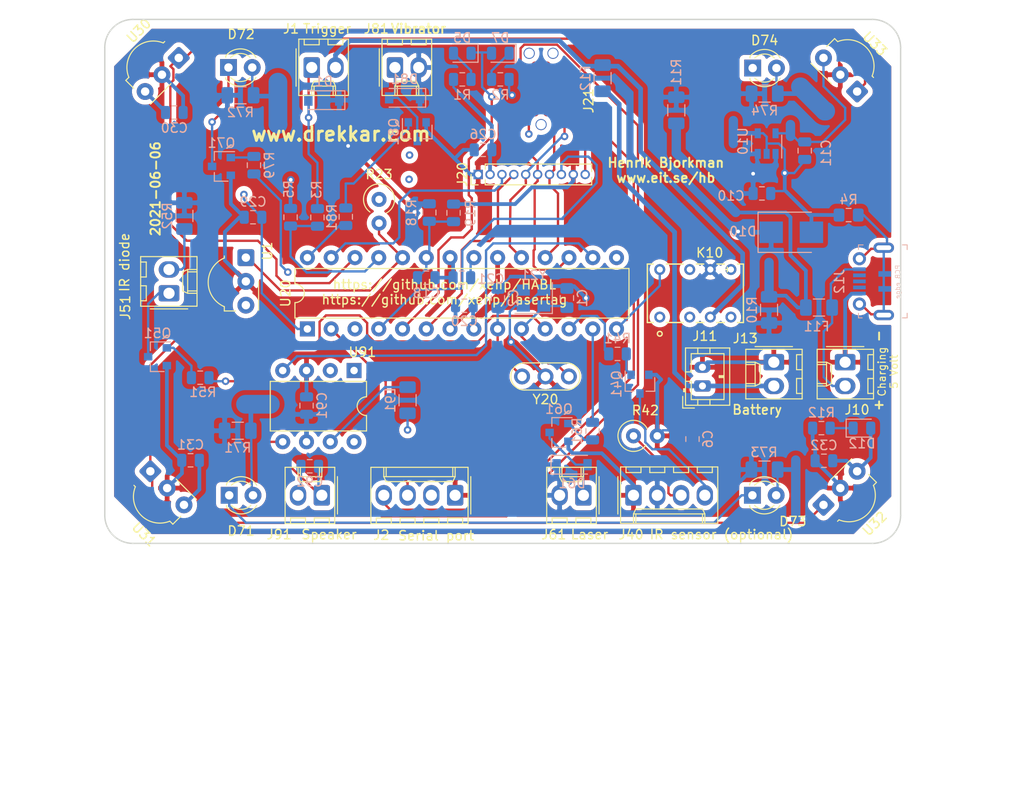
<source format=kicad_pcb>
(kicad_pcb (version 20171130) (host pcbnew 5.1.5+dfsg1-2build2)
  (title_block (date 2021-04-27))
  (layers (0 F.Cu signal) (1 In1.Cu power) (2 In2.Cu power) (31 B.Cu signal) (34 B.Paste user) (35 F.Paste user) (36 B.SilkS user) (37 F.SilkS user) (38 B.Mask user) (39 F.Mask user) (44 Edge.Cuts user))
  (net 0 "")
  (net 1 GND)
  (net 2 +3V3)
  (net 3 "Net-(D5-Pad1)")
  (net 4 +BATT)
  (net 5 "Net-(J20-Pad8)")
  (net 6 "Net-(J20-Pad4)")
  (net 7 "Net-(J20-Pad3)")
  (net 8 "Net-(R41-Pad2)")
  (net 9 "Net-(C18-Pad1)")
  (net 10 "Net-(C21-Pad1)")
  (net 11 "Net-(D61-Pad2)")
  (net 12 "Net-(D71-Pad1)")
  (net 13 "Net-(D81-Pad2)")
  (net 14 "Net-(K10-Pad8)")
  (net 15 "Net-(K10-Pad4)")
  (net 16 "Net-(L91-Pad1)")
  (net 17 "Net-(R51-Pad1)")
  (net 18 "Net-(R61-Pad1)")
  (net 19 "Net-(R81-Pad1)")
  (net 20 "Net-(U20-Pad26)")
  (net 21 "Net-(C92-Pad2)")
  (net 22 "Net-(C92-Pad1)")
  (net 23 "Net-(D71-Pad2)")
  (net 24 "Net-(D72-Pad2)")
  (net 25 "Net-(J51-Pad1)")
  (net 26 "Net-(U20-Pad16)")
  (net 27 "Net-(U20-Pad15)")
  (net 28 "Net-(D1-Pad2)")
  (net 29 "Net-(R3-Pad2)")
  (net 30 "Net-(J40-Pad4)")
  (net 31 "Net-(J40-Pad3)")
  (net 32 "Net-(D73-Pad2)")
  (net 33 "Net-(D74-Pad2)")
  (net 34 "Net-(F11-Pad2)")
  (net 35 "Net-(F11-Pad1)")
  (net 36 "Net-(F12-Pad2)")
  (net 37 "Net-(F12-Pad1)")
  (net 38 /PD1)
  (net 39 /PD0)
  (net 40 "Net-(J12-Pad6)")
  (net 41 "Net-(Q41-Pad1)")
  (net 42 "Net-(Q51-Pad1)")
  (net 43 "Net-(Q61-Pad1)")
  (net 44 "Net-(Q71-Pad1)")
  (net 45 "Net-(Q81-Pad1)")
  (net 46 "Net-(D12-Pad1)")
  (net 47 "Net-(C1-Pad1)")
  (net 48 "Net-(C2-Pad1)")
  (net 49 /Reset_)
  (net 50 /MOSI)
  (net 51 /SCK)
  (net 52 /MISO)
  (net 53 "Net-(D5-Pad2)")
  (net 54 "Net-(D7-Pad1)")
  (net 55 "Net-(J51-Pad2)")
  (module Capacitor_SMD:C_0805_2012Metric (layer B.Cu) (at 147.27 143.85 90)
    (fp_text reference C6 (at 0 1.65 90) (layer B.SilkS) (effects (justify mirror)))
    (fp_text value 10uF)
    (pad 2 smd roundrect (at 0.9375 0 90) (size 0.975 1.4) (layers B.Cu B.Paste B.Mask) (net 1 GND))
    (pad 1 smd roundrect (at -0.9375 0 90) (size 0.975 1.4) (layers B.Cu B.Paste B.Mask) (net 4 +BATT))
  )
  (module Resistor_SMD:R_1206_3216Metric (layer B.Cu) (at 93 120 270)
    (fp_text reference R52 (at 0 1.82 270) (layer B.SilkS) (effects (justify mirror)))
    (fp_text value 3.3)
    (pad 2 smd roundrect (at 1.4 0 270) (size 1.25 1.75) (layers B.Cu B.Paste B.Mask) (roundrect_rratio 0.2) (net 55 "Net-(J51-Pad2)"))
    (pad 1 smd roundrect (at -1.4 0 270) (size 1.25 1.75) (layers B.Cu B.Paste B.Mask) (roundrect_rratio 0.2) (net 4 +BATT))
  )
  (module eit_footprints:connector_10pin_TC2050-IDC-NL (layer F.Cu) (at 131.1 107.7 90)
    (fp_text reference J21 (at 0 5.08 90) (layer F.SilkS))
    (fp_text value connector_10pin_ISP_Console)
    (pad 10 smd circle (at 3.81 -0.635 90) (size 0.787 0.787) (layers F.Cu F.Paste F.Mask))
    (pad 9 smd circle (at 3.81 0.635 90) (size 0.787 0.787) (layers F.Cu F.Paste F.Mask))
    (pad 8 smd circle (at 2.54 -0.635 90) (size 0.787 0.787) (layers F.Cu F.Paste F.Mask) (net 39 /PD0))
    (pad 7 smd circle (at 2.54 0.635 90) (size 0.787 0.787) (layers F.Cu F.Paste F.Mask) (net 38 /PD1))
    (pad "" thru_hole circle (at 5.08 1.27 90) (size 1.191 1.191) (drill 0.991) (layers *.Cu *.Mask))
    (pad "" thru_hole circle (at 5.08 -1.27 90) (size 1.191 1.191) (drill 0.991) (layers *.Cu *.Mask))
    (pad "" thru_hole circle (at -2.54 0 90) (size 1.191 1.191) (drill 0.991) (layers *.Cu *.Mask))
    (pad 6 smd circle (at 1.27 -0.635 90) (size 0.787 0.787) (layers F.Cu F.Paste F.Mask) (net 1 GND))
    (pad 5 smd circle (at 1.27 0.635 90) (size 0.787 0.787) (layers F.Cu F.Paste F.Mask) (net 49 /Reset_))
    (pad 4 smd circle (at 0 -0.635 90) (size 0.787 0.787) (layers F.Cu F.Paste F.Mask) (net 50 /MOSI))
    (pad 3 smd circle (at 0 0.635 90) (size 0.787 0.787) (layers F.Cu F.Paste F.Mask) (net 51 /SCK))
    (pad 2 smd circle (at -1.27 -0.635 90) (size 0.787 0.787) (layers F.Cu F.Paste F.Mask) (net 2 +3V3))
    (pad 1 smd circle (at -1.27 0.635 90) (size 0.787 0.787) (layers F.Cu F.Paste F.Mask) (net 52 /MISO))
  )
  (module Resistor_SMD:R_0805_2012Metric (layer B.Cu) (at 126.746 105.41)
    (fp_text reference R2 (at 0 1.65) (layer B.SilkS) (effects (justify mirror)))
    (fp_text value 100)
    (pad 2 smd roundrect (at 0.9375 0) (size 0.975 1.4) (layers B.Cu B.Paste B.Mask) (net 1 GND))
    (pad 1 smd roundrect (at -0.9375 0) (size 0.975 1.4) (layers B.Cu B.Paste B.Mask) (net 54 "Net-(D7-Pad1)"))
  )
  (module Package_TO_SOT_SMD:SOT-23-5 (layer B.Cu) (at 155.194 112.268 90)
    (fp_text reference U10 (at 0.254 -2.54 90) (layer B.SilkS) (effects (justify mirror)))
    (fp_text value Low_dropout_regulator_TPS782)
    (pad 5 smd rect (at 1.1 0.95 90) (size 1.06 0.65) (layers B.Cu B.Paste B.Mask) (net 2 +3V3))
    (pad 4 smd rect (at 1.1 -0.95 90) (size 1.06 0.65) (layers B.Cu B.Paste B.Mask) (net 1 GND))
    (pad 3 smd rect (at -1.1 -0.95 90) (size 1.06 0.65) (layers B.Cu B.Paste B.Mask) (net 4 +BATT))
    (pad 2 smd rect (at -1.1 0 90) (size 1.06 0.65) (layers B.Cu B.Paste B.Mask) (net 1 GND))
    (pad 1 smd rect (at -1.1 0.95 90) (size 1.06 0.65) (layers B.Cu B.Paste B.Mask) (net 4 +BATT))
  )
  (module Capacitor_SMD:C_0805_2012Metric_Pad1.15x1.40mm_HandSolder (layer B.Cu) (at 126.492 128.778 90)
    (fp_text reference C2 (at 0 1.65 90) (layer B.SilkS) (effects (justify mirror)))
    (fp_text value "10 pF")
    (pad 2 smd roundrect (at 1.025 0 90) (size 1.15 1.4) (layers B.Cu B.Paste B.Mask) (roundrect_rratio 0.217391) (net 1 GND))
    (pad 1 smd roundrect (at -1.025 0 90) (size 1.15 1.4) (layers B.Cu B.Paste B.Mask) (roundrect_rratio 0.217391) (net 48 "Net-(C2-Pad1)"))
  )
  (module Capacitor_SMD:C_0805_2012Metric_Pad1.15x1.40mm_HandSolder (layer B.Cu) (at 133.858 128.778 90)
    (fp_text reference C1 (at 0 1.65 90) (layer B.SilkS) (effects (justify mirror)))
    (fp_text value "10 pF")
    (pad 2 smd roundrect (at 1.025 0 90) (size 1.15 1.4) (layers B.Cu B.Paste B.Mask) (roundrect_rratio 0.217391) (net 1 GND))
    (pad 1 smd roundrect (at -1.025 0 90) (size 1.15 1.4) (layers B.Cu B.Paste B.Mask) (roundrect_rratio 0.217391) (net 47 "Net-(C1-Pad1)"))
  )
  (module Crystal:Crystal_SMD_3225-4Pin_3.2x2.5mm (layer B.Cu) (at 130.302 128.778 180)
    (fp_text reference Y21 (at 0 2.45) (layer B.SilkS) (effects (justify mirror)))
    (fp_text value Crystal_GND24)
    (pad 4 smd rect (at -1.1 0.85 180) (size 1.4 1.2) (layers B.Cu B.Paste B.Mask) (net 1 GND))
    (pad 3 smd rect (at 1.1 0.85 180) (size 1.4 1.2) (layers B.Cu B.Paste B.Mask) (net 48 "Net-(C2-Pad1)"))
    (pad 2 smd rect (at 1.1 -0.85 180) (size 1.4 1.2) (layers B.Cu B.Paste B.Mask) (net 1 GND))
    (pad 1 smd rect (at -1.1 -0.85 180) (size 1.4 1.2) (layers B.Cu B.Paste B.Mask) (net 47 "Net-(C1-Pad1)"))
  )
  (module Resistor_SMD:R_1206_3216Metric (layer B.Cu) (at 145.542 108.712 90)
    (fp_text reference R11 (at 4.064 0 90) (layer B.SilkS) (effects (justify mirror)))
    (fp_text value 10)
    (pad 2 smd roundrect (at 1.4 0 90) (size 1.25 1.75) (layers B.Cu B.Paste B.Mask) (roundrect_rratio 0.2) (net 4 +BATT))
    (pad 1 smd roundrect (at -1.4 0 90) (size 1.25 1.75) (layers B.Cu B.Paste B.Mask) (roundrect_rratio 0.2) (net 34 "Net-(F11-Pad2)"))
  )
  (module Resistor_SMD:R_1206_3216Metric (layer B.Cu) (at 155.448 130.048 270)
    (fp_text reference R10 (at 0 1.82 90) (layer B.SilkS) (effects (justify mirror)))
    (fp_text value 10)
    (pad 2 smd roundrect (at 1.4 0 270) (size 1.25 1.75) (layers B.Cu B.Paste B.Mask) (roundrect_rratio 0.2) (net 4 +BATT))
    (pad 1 smd roundrect (at -1.4 0 270) (size 1.25 1.75) (layers B.Cu B.Paste B.Mask) (roundrect_rratio 0.2) (net 34 "Net-(F11-Pad2)"))
  )
  (module Resistor_SMD:R_1206_3216Metric (layer B.Cu) (at 137.668 105.28 270)
    (fp_text reference F12 (at 0 1.82 90) (layer B.SilkS) (effects (justify mirror)))
    (fp_text value Fuse)
    (pad 2 smd roundrect (at 1.4 0 270) (size 1.25 1.75) (layers B.Cu B.Paste B.Mask) (roundrect_rratio 0.2) (net 36 "Net-(F12-Pad2)"))
    (pad 1 smd roundrect (at -1.4 0 270) (size 1.25 1.75) (layers B.Cu B.Paste B.Mask) (roundrect_rratio 0.2) (net 37 "Net-(F12-Pad1)"))
  )
  (module Resistor_SMD:R_1206_3216Metric (layer B.Cu) (at 160.782 129.794 180)
    (fp_text reference F11 (at 0.254 -2.032) (layer B.SilkS) (effects (justify mirror)))
    (fp_text value Fuse)
    (pad 2 smd roundrect (at 1.4 0 180) (size 1.25 1.75) (layers B.Cu B.Paste B.Mask) (roundrect_rratio 0.2) (net 34 "Net-(F11-Pad2)"))
    (pad 1 smd roundrect (at -1.4 0 180) (size 1.25 1.75) (layers B.Cu B.Paste B.Mask) (roundrect_rratio 0.2) (net 35 "Net-(F11-Pad1)"))
  )
  (module Inductor_SMD:L_1206_3216Metric (layer B.Cu) (at 116.84 139.7 270)
    (fp_text reference L91 (at 0 1.82 270) (layer B.SilkS) (effects (justify mirror)))
    (fp_text value 10uH)
    (pad 2 smd roundrect (at 1.4 0 270) (size 1.25 1.75) (layers B.Cu B.Paste B.Mask) (roundrect_rratio 0.2) (net 22 "Net-(C92-Pad1)"))
    (pad 1 smd roundrect (at -1.4 0 270) (size 1.25 1.75) (layers B.Cu B.Paste B.Mask) (roundrect_rratio 0.2) (net 16 "Net-(L91-Pad1)"))
  )
  (module Resistor_SMD:R_0805_2012Metric (layer B.Cu) (at 161.0425 142.68 180)
    (fp_text reference R12 (at 0 1.65) (layer B.SilkS) (effects (justify mirror)))
    (fp_text value 100)
    (pad 2 smd roundrect (at 0.9375 0 180) (size 0.975 1.4) (layers B.Cu B.Paste B.Mask) (net 1 GND))
    (pad 1 smd roundrect (at -0.9375 0 180) (size 0.975 1.4) (layers B.Cu B.Paste B.Mask) (net 46 "Net-(D12-Pad1)"))
  )
  (module Resistor_SMD:R_0805_2012Metric (layer B.Cu) (at 122.682 105.41)
    (fp_text reference R1 (at 0 1.65) (layer B.SilkS) (effects (justify mirror)))
    (fp_text value 100)
    (pad 2 smd roundrect (at 0.9375 0) (size 0.975 1.4) (layers B.Cu B.Paste B.Mask) (net 53 "Net-(D5-Pad2)"))
    (pad 1 smd roundrect (at -0.9375 0) (size 0.975 1.4) (layers B.Cu B.Paste B.Mask) (net 2 +3V3))
  )
  (module LED_SMD:LED_0805_2012Metric (layer B.Cu) (at 165.37 142.68)
    (fp_text reference D12 (at 0 1.65) (layer B.SilkS) (effects (justify mirror)))
    (fp_text value red)
    (pad 2 smd roundrect (at 0.9375 0) (size 0.975 1.4) (layers B.Cu B.Paste B.Mask) (net 2 +3V3))
    (pad 1 smd roundrect (at -0.9375 0) (size 0.975 1.4) (layers B.Cu B.Paste B.Mask) (net 46 "Net-(D12-Pad1)"))
  )
  (module LED_SMD:LED_0805_2012Metric (layer B.Cu) (at 126.746 102.616 180)
    (fp_text reference D7 (at 0 1.65) (layer B.SilkS) (effects (justify mirror)))
    (fp_text value "green or blue")
    (pad 2 smd roundrect (at 0.9375 0 180) (size 0.975 1.4) (layers B.Cu B.Paste B.Mask) (net 3 "Net-(D5-Pad1)"))
    (pad 1 smd roundrect (at -0.9375 0 180) (size 0.975 1.4) (layers B.Cu B.Paste B.Mask) (net 54 "Net-(D7-Pad1)"))
  )
  (module LED_SMD:LED_0805_2012Metric (layer B.Cu) (at 122.682 102.616 180)
    (fp_text reference D5 (at 0 1.65) (layer B.SilkS) (effects (justify mirror)))
    (fp_text value "yellow or amber")
    (pad 2 smd roundrect (at 0.9375 0 180) (size 0.975 1.4) (layers B.Cu B.Paste B.Mask) (net 53 "Net-(D5-Pad2)"))
    (pad 1 smd roundrect (at -0.9375 0 180) (size 0.975 1.4) (layers B.Cu B.Paste B.Mask) (net 3 "Net-(D5-Pad1)"))
  )
  (module eit_footprints:USB_Micro_B_Female_jlcpcb (layer B.Cu) (at 169.5 127 270)
    (fp_text reference J12 (at 0 6.54 270) (layer B.SilkS) (effects (justify mirror)))
    (fp_text value USB_B_Micro)
    (fp_text user "PCB edge" (at 0.05 0.3 270) (layer B.SilkS) (effects (font (size 0.5 0.5) (thickness 0.05)) (justify mirror)))
    (pad 6 thru_hole oval (at 3.6 1.8 270) (size 1.1 2.2) (drill oval 0.5 1.6) (layers *.Cu *.Mask) (net 40 "Net-(J12-Pad6)"))
    (pad 6 smd rect (at -0.8 1.7 270) (size 0.6 1.35) (layers B.Cu B.Paste B.Mask) (net 40 "Net-(J12-Pad6)"))
    (pad 5 smd rect (at 1.3 4.4 270) (size 0.4 1.35) (layers B.Cu B.Paste B.Mask) (net 1 GND))
    (pad 4 smd rect (at 0.65 4.4 270) (size 0.4 1.35) (layers B.Cu B.Paste B.Mask))
    (pad 3 smd rect (at 0 4.4 270) (size 0.4 1.35) (layers B.Cu B.Paste B.Mask))
    (pad 2 smd rect (at -0.65 4.4 270) (size 0.4 1.35) (layers B.Cu B.Paste B.Mask))
    (pad 1 smd rect (at -1.3 4.4 270) (size 0.4 1.35) (layers B.Cu B.Paste B.Mask) (net 35 "Net-(F11-Pad1)"))
    (pad 6 thru_hole circle (at -2.425 4.4 270) (size 1.4 1.4) (drill 0.8) (layers *.Cu *.Mask) (net 40 "Net-(J12-Pad6)"))
    (pad 6 thru_hole circle (at 2.425 4.4 270) (size 1.4 1.4) (drill 0.8) (layers *.Cu *.Mask) (net 40 "Net-(J12-Pad6)"))
    (pad 6 smd rect (at 0.8 1.7 270) (size 0.6 1.35) (layers B.Cu B.Paste B.Mask) (net 40 "Net-(J12-Pad6)"))
    (pad 6 thru_hole oval (at -3.6 1.8 270) (size 1.1 2.2) (drill oval 0.5 1.6) (layers *.Cu *.Mask) (net 40 "Net-(J12-Pad6)"))
  )
  (module Diode_SMD:D_SOD-123 (layer B.Cu) (at 107.89 107.63 180)
    (fp_text reference D1 (at 0 2) (layer B.SilkS) (effects (justify mirror)))
    (fp_text value D)
    (pad 2 smd rect (at 1.65 0 180) (size 0.9 1.2) (layers B.Cu B.Paste B.Mask) (net 28 "Net-(D1-Pad2)"))
    (pad 1 smd rect (at -1.65 0 180) (size 0.9 1.2) (layers B.Cu B.Paste B.Mask) (net 4 +BATT))
  )
  (module Capacitor_SMD:C_0805_2012Metric (layer B.Cu) (at 124.9 112.94 180)
    (fp_text reference C26 (at 0 1.65) (layer B.SilkS) (effects (justify mirror)))
    (fp_text value 10uF)
    (pad 2 smd roundrect (at 0.9375 0 180) (size 0.975 1.4) (layers B.Cu B.Paste B.Mask) (net 1 GND))
    (pad 1 smd roundrect (at -0.9375 0 180) (size 0.975 1.4) (layers B.Cu B.Paste B.Mask) (net 2 +3V3))
  )
  (module Resistor_SMD:R_1206_3216Metric (layer B.Cu) (at 154.98 106.93)
    (fp_text reference R74 (at 0 1.82) (layer B.SilkS) (effects (justify mirror)))
    (fp_text value 10)
    (pad 2 smd roundrect (at 1.4 0) (size 1.25 1.75) (layers B.Cu B.Paste B.Mask) (roundrect_rratio 0.2) (net 33 "Net-(D74-Pad2)"))
    (pad 1 smd roundrect (at -1.4 0) (size 1.25 1.75) (layers B.Cu B.Paste B.Mask) (roundrect_rratio 0.2) (net 4 +BATT))
  )
  (module Resistor_SMD:R_1206_3216Metric (layer B.Cu) (at 154.96 147.11)
    (fp_text reference R73 (at -0.05 -1.84) (layer B.SilkS) (effects (justify mirror)))
    (fp_text value 10)
    (pad 2 smd roundrect (at 1.4 0) (size 1.25 1.75) (layers B.Cu B.Paste B.Mask) (roundrect_rratio 0.2) (net 32 "Net-(D73-Pad2)"))
    (pad 1 smd roundrect (at -1.4 0) (size 1.25 1.75) (layers B.Cu B.Paste B.Mask) (roundrect_rratio 0.2) (net 4 +BATT))
  )
  (module Resistor_SMD:R_1206_3216Metric (layer B.Cu) (at 98.99 107.11)
    (fp_text reference R72 (at 0 1.82) (layer B.SilkS) (effects (justify mirror)))
    (fp_text value 10)
    (pad 2 smd roundrect (at 1.4 0) (size 1.25 1.75) (layers B.Cu B.Paste B.Mask) (roundrect_rratio 0.2) (net 24 "Net-(D72-Pad2)"))
    (pad 1 smd roundrect (at -1.4 0) (size 1.25 1.75) (layers B.Cu B.Paste B.Mask) (roundrect_rratio 0.2) (net 4 +BATT))
  )
  (module Resistor_SMD:R_1206_3216Metric (layer B.Cu) (at 98.7 142.96)
    (fp_text reference R71 (at 0 1.82) (layer B.SilkS) (effects (justify mirror)))
    (fp_text value 10)
    (pad 2 smd roundrect (at 1.4 0) (size 1.25 1.75) (layers B.Cu B.Paste B.Mask) (roundrect_rratio 0.2) (net 23 "Net-(D71-Pad2)"))
    (pad 1 smd roundrect (at -1.4 0) (size 1.25 1.75) (layers B.Cu B.Paste B.Mask) (roundrect_rratio 0.2) (net 4 +BATT))
  )
  (module Package_TO_SOT_SMD:SOT-23 (layer B.Cu) (at 141.66 137.98 270)
    (fp_text reference Q41 (at 0 2.5 90) (layer B.SilkS) (effects (justify mirror)))
    (fp_text value S8050)
    (pad 3 smd rect (at 1 0 270) (size 0.9 0.8) (layers B.Cu B.Paste B.Mask) (net 30 "Net-(J40-Pad4)"))
    (pad 2 smd rect (at -1 -0.95 270) (size 0.9 0.8) (layers B.Cu B.Paste B.Mask) (net 1 GND))
    (pad 1 smd rect (at -1 0.95 270) (size 0.9 0.8) (layers B.Cu B.Paste B.Mask) (net 41 "Net-(Q41-Pad1)"))
  )
  (module Package_TO_SOT_SMD:SOT-23 (layer B.Cu) (at 90.13 135.05 180)
    (fp_text reference Q51 (at 0 2.5) (layer B.SilkS) (effects (justify mirror)))
    (fp_text value S8050)
    (pad 3 smd rect (at 1 0 180) (size 0.9 0.8) (layers B.Cu B.Paste B.Mask) (net 25 "Net-(J51-Pad1)"))
    (pad 2 smd rect (at -1 -0.95 180) (size 0.9 0.8) (layers B.Cu B.Paste B.Mask) (net 1 GND))
    (pad 1 smd rect (at -1 0.95 180) (size 0.9 0.8) (layers B.Cu B.Paste B.Mask) (net 42 "Net-(Q51-Pad1)"))
  )
  (module Package_TO_SOT_SMD:SOT-23 (layer B.Cu) (at 117.87 111 270)
    (fp_text reference Q81 (at 0 2.5 90) (layer B.SilkS) (effects (justify mirror)))
    (fp_text value S8050)
    (pad 3 smd rect (at 1 0 270) (size 0.9 0.8) (layers B.Cu B.Paste B.Mask) (net 13 "Net-(D81-Pad2)"))
    (pad 2 smd rect (at -1 -0.95 270) (size 0.9 0.8) (layers B.Cu B.Paste B.Mask) (net 1 GND))
    (pad 1 smd rect (at -1 0.95 270) (size 0.9 0.8) (layers B.Cu B.Paste B.Mask) (net 45 "Net-(Q81-Pad1)"))
  )
  (module Package_TO_SOT_SMD:SOT-23 (layer B.Cu) (at 96.96 114.71 180)
    (fp_text reference Q71 (at 0 2.5) (layer B.SilkS) (effects (justify mirror)))
    (fp_text value S8050)
    (pad 3 smd rect (at 1 0 180) (size 0.9 0.8) (layers B.Cu B.Paste B.Mask) (net 12 "Net-(D71-Pad1)"))
    (pad 2 smd rect (at -1 -0.95 180) (size 0.9 0.8) (layers B.Cu B.Paste B.Mask) (net 1 GND))
    (pad 1 smd rect (at -1 0.95 180) (size 0.9 0.8) (layers B.Cu B.Paste B.Mask) (net 44 "Net-(Q71-Pad1)"))
  )
  (module Package_TO_SOT_SMD:SOT-23 (layer B.Cu) (at 133.01 143.14 180)
    (fp_text reference Q61 (at 0 2.5) (layer B.SilkS) (effects (justify mirror)))
    (fp_text value S8050)
    (pad 3 smd rect (at 1 0 180) (size 0.9 0.8) (layers B.Cu B.Paste B.Mask) (net 11 "Net-(D61-Pad2)"))
    (pad 2 smd rect (at -1 -0.95 180) (size 0.9 0.8) (layers B.Cu B.Paste B.Mask) (net 1 GND))
    (pad 1 smd rect (at -1 0.95 180) (size 0.9 0.8) (layers B.Cu B.Paste B.Mask) (net 43 "Net-(Q61-Pad1)"))
  )
  (module Capacitor_SMD:C_0805_2012Metric (layer B.Cu) (at 161.31 146.17 180)
    (fp_text reference C32 (at 0 1.65) (layer B.SilkS) (effects (justify mirror)))
    (fp_text value 0.1uF)
    (pad 2 smd roundrect (at 0.9375 0 180) (size 0.975 1.4) (layers B.Cu B.Paste B.Mask) (net 1 GND))
    (pad 1 smd roundrect (at -0.9375 0 180) (size 0.975 1.4) (layers B.Cu B.Paste B.Mask) (net 2 +3V3))
  )
  (module Capacitor_SMD:C_0805_2012Metric (layer B.Cu) (at 93.66 146.12 180)
    (fp_text reference C31 (at 0 1.65) (layer B.SilkS) (effects (justify mirror)))
    (fp_text value 0.1uF)
    (pad 2 smd roundrect (at 0.9375 0 180) (size 0.975 1.4) (layers B.Cu B.Paste B.Mask) (net 1 GND))
    (pad 1 smd roundrect (at -0.9375 0 180) (size 0.975 1.4) (layers B.Cu B.Paste B.Mask) (net 2 +3V3))
  )
  (module Capacitor_SMD:C_0805_2012Metric (layer B.Cu) (at 91.93 108.95)
    (fp_text reference C30 (at 0 1.65) (layer B.SilkS) (effects (justify mirror)))
    (fp_text value 0.1uF)
    (pad 2 smd roundrect (at 0.9375 0) (size 0.975 1.4) (layers B.Cu B.Paste B.Mask) (net 1 GND))
    (pad 1 smd roundrect (at -0.9375 0) (size 0.975 1.4) (layers B.Cu B.Paste B.Mask) (net 2 +3V3))
  )
  (module Resistor_SMD:R_0805_2012Metric (layer B.Cu) (at 110.24 120.0925 90)
    (fp_text reference R81 (at -0.0725 -1.49 270) (layer B.SilkS) (effects (justify mirror)))
    (fp_text value 100)
    (pad 2 smd roundrect (at 0.9375 0 90) (size 0.975 1.4) (layers B.Cu B.Paste B.Mask) (net 45 "Net-(Q81-Pad1)"))
    (pad 1 smd roundrect (at -0.9375 0 90) (size 0.975 1.4) (layers B.Cu B.Paste B.Mask) (net 19 "Net-(R81-Pad1)"))
  )
  (module Resistor_SMD:R_0805_2012Metric (layer B.Cu) (at 100.43 114.58 90)
    (fp_text reference R79 (at 0 1.65 90) (layer B.SilkS) (effects (justify mirror)))
    (fp_text value 100)
    (pad 2 smd roundrect (at 0.9375 0 90) (size 0.975 1.4) (layers B.Cu B.Paste B.Mask) (net 44 "Net-(Q71-Pad1)"))
    (pad 1 smd roundrect (at -0.9375 0 90) (size 0.975 1.4) (layers B.Cu B.Paste B.Mask) (net 8 "Net-(R41-Pad2)"))
  )
  (module Resistor_SMD:R_0805_2012Metric (layer B.Cu) (at 136.6 143 270)
    (fp_text reference R61 (at 0 1.65 270) (layer B.SilkS) (effects (justify mirror)))
    (fp_text value 100)
    (pad 2 smd roundrect (at 0.9375 0 270) (size 0.975 1.4) (layers B.Cu B.Paste B.Mask) (net 43 "Net-(Q61-Pad1)"))
    (pad 1 smd roundrect (at -0.9375 0 270) (size 0.975 1.4) (layers B.Cu B.Paste B.Mask) (net 18 "Net-(R61-Pad1)"))
  )
  (module Resistor_SMD:R_0805_2012Metric (layer B.Cu) (at 94.69 137.29 180)
    (fp_text reference R51 (at -0.28 -1.55) (layer B.SilkS) (effects (justify mirror)))
    (fp_text value 100)
    (pad 2 smd roundrect (at 0.9375 0 180) (size 0.975 1.4) (layers B.Cu B.Paste B.Mask) (net 42 "Net-(Q51-Pad1)"))
    (pad 1 smd roundrect (at -0.9375 0 180) (size 0.975 1.4) (layers B.Cu B.Paste B.Mask) (net 17 "Net-(R51-Pad1)"))
  )
  (module Resistor_SMD:R_0805_2012Metric (layer B.Cu) (at 139.2625 134.75 180)
    (fp_text reference R41 (at 0 1.65) (layer B.SilkS) (effects (justify mirror)))
    (fp_text value 100)
    (pad 2 smd roundrect (at 0.9375 0 180) (size 0.975 1.4) (layers B.Cu B.Paste B.Mask) (net 8 "Net-(R41-Pad2)"))
    (pad 1 smd roundrect (at -0.9375 0 180) (size 0.975 1.4) (layers B.Cu B.Paste B.Mask) (net 41 "Net-(Q41-Pad1)"))
  )
  (module Resistor_SMD:R_0805_2012Metric (layer B.Cu) (at 121.75 119.675 90)
    (fp_text reference R19 (at -0.035 1.81 270) (layer B.SilkS) (effects (justify mirror)))
    (fp_text value 10K)
    (pad 2 smd roundrect (at 0.9375 0 90) (size 0.975 1.4) (layers B.Cu B.Paste B.Mask) (net 1 GND))
    (pad 1 smd roundrect (at -0.9375 0 90) (size 0.975 1.4) (layers B.Cu B.Paste B.Mask) (net 9 "Net-(C18-Pad1)"))
  )
  (module Resistor_SMD:R_0805_2012Metric (layer B.Cu) (at 119.16 119.64 270)
    (fp_text reference R18 (at 0.01 1.91 270) (layer B.SilkS) (effects (justify mirror)))
    (fp_text value 47K)
    (pad 2 smd roundrect (at 0.9375 0 270) (size 0.975 1.4) (layers B.Cu B.Paste B.Mask) (net 9 "Net-(C18-Pad1)"))
    (pad 1 smd roundrect (at -0.9375 0 270) (size 0.975 1.4) (layers B.Cu B.Paste B.Mask) (net 4 +BATT))
  )
  (module Resistor_SMD:R_0805_2012Metric (layer B.Cu) (at 104.34 120.1425 90)
    (fp_text reference R5 (at 2.9925 -0.18 -90) (layer B.SilkS) (effects (justify mirror)))
    (fp_text value 10K)
    (pad 2 smd roundrect (at 0.9375 0 90) (size 0.975 1.4) (layers B.Cu B.Paste B.Mask) (net 1 GND))
    (pad 1 smd roundrect (at -0.9375 0 90) (size 0.975 1.4) (layers B.Cu B.Paste B.Mask) (net 29 "Net-(R3-Pad2)"))
  )
  (module Resistor_SMD:R_0805_2012Metric (layer B.Cu) (at 107.21 120.1625 270)
    (fp_text reference R3 (at -2.9725 0.09 90) (layer B.SilkS) (effects (justify mirror)))
    (fp_text value 3.3K)
    (pad 2 smd roundrect (at 0.9375 0 270) (size 0.975 1.4) (layers B.Cu B.Paste B.Mask) (net 29 "Net-(R3-Pad2)"))
    (pad 1 smd roundrect (at -0.9375 0 270) (size 0.975 1.4) (layers B.Cu B.Paste B.Mask) (net 28 "Net-(D1-Pad2)"))
  )
  (module Diode_SMD:D_SOD-123 (layer B.Cu) (at 116.52 107.38 180)
    (fp_text reference D81 (at 0 2) (layer B.SilkS) (effects (justify mirror)))
    (fp_text value D)
    (pad 2 smd rect (at 1.65 0 180) (size 0.9 1.2) (layers B.Cu B.Paste B.Mask) (net 13 "Net-(D81-Pad2)"))
    (pad 1 smd rect (at -1.65 0 180) (size 0.9 1.2) (layers B.Cu B.Paste B.Mask) (net 4 +BATT))
  )
  (module Diode_SMD:D_SOD-123 (layer B.Cu) (at 134.41 146.59)
    (fp_text reference D61 (at 0 2) (layer B.SilkS) (effects (justify mirror)))
    (fp_text value D)
    (pad 2 smd rect (at 1.65 0) (size 0.9 1.2) (layers B.Cu B.Paste B.Mask) (net 11 "Net-(D61-Pad2)"))
    (pad 1 smd rect (at -1.65 0) (size 0.9 1.2) (layers B.Cu B.Paste B.Mask) (net 4 +BATT))
  )
  (module Diode_SMD:D_SMB (layer B.Cu) (at 157.825 121.75)
    (fp_text reference D10 (at -5.171 -0.084) (layer B.SilkS) (effects (justify mirror)))
    (fp_text value D_Zener)
    (pad 2 smd rect (at 2.15 0) (size 2.5 2.3) (layers B.Cu B.Paste B.Mask) (net 1 GND))
    (pad 1 smd rect (at -2.15 0) (size 2.5 2.3) (layers B.Cu B.Paste B.Mask) (net 4 +BATT))
  )
  (module Capacitor_SMD:C_0805_2012Metric (layer B.Cu) (at 106.39 146.76)
    (fp_text reference C92 (at 0 1.65 180) (layer B.SilkS) (effects (justify mirror)))
    (fp_text value 1uF)
    (pad 2 smd roundrect (at 0.9375 0) (size 0.975 1.4) (layers B.Cu B.Paste B.Mask) (net 21 "Net-(C92-Pad2)"))
    (pad 1 smd roundrect (at -0.9375 0) (size 0.975 1.4) (layers B.Cu B.Paste B.Mask) (net 22 "Net-(C92-Pad1)"))
  )
  (module Capacitor_SMD:C_0805_2012Metric (layer B.Cu) (at 106.05 140.275 90)
    (fp_text reference C91 (at 0 1.65 270) (layer B.SilkS) (effects (justify mirror)))
    (fp_text value 0.1uF)
    (pad 2 smd roundrect (at 0.9375 0 90) (size 0.975 1.4) (layers B.Cu B.Paste B.Mask) (net 1 GND))
    (pad 1 smd roundrect (at -0.9375 0 90) (size 0.975 1.4) (layers B.Cu B.Paste B.Mask) (net 4 +BATT))
  )
  (module Capacitor_SMD:C_0805_2012Metric (layer B.Cu) (at 100.33 120.142 180)
    (fp_text reference C29 (at 0 1.65) (layer B.SilkS) (effects (justify mirror)))
    (fp_text value 0.1uF)
    (pad 2 smd roundrect (at 0.9375 0 180) (size 0.975 1.4) (layers B.Cu B.Paste B.Mask) (net 1 GND))
    (pad 1 smd roundrect (at -0.9375 0 180) (size 0.975 1.4) (layers B.Cu B.Paste B.Mask) (net 49 /Reset_))
  )
  (module Capacitor_SMD:C_0805_2012Metric (layer B.Cu) (at 122.6375 126.6 180)
    (fp_text reference C21 (at -3.1025 -0.15) (layer B.SilkS) (effects (justify mirror)))
    (fp_text value 0.1uF)
    (pad 2 smd roundrect (at 0.9375 0 180) (size 0.975 1.4) (layers B.Cu B.Paste B.Mask) (net 1 GND))
    (pad 1 smd roundrect (at -0.9375 0 180) (size 0.975 1.4) (layers B.Cu B.Paste B.Mask) (net 10 "Net-(C21-Pad1)"))
  )
  (module Capacitor_SMD:C_0805_2012Metric (layer B.Cu) (at 122.9 129.6)
    (fp_text reference C20 (at 0 1.65) (layer B.SilkS) (effects (justify mirror)))
    (fp_text value 0.1uF)
    (pad 2 smd roundrect (at 0.9375 0) (size 0.975 1.4) (layers B.Cu B.Paste B.Mask) (net 1 GND))
    (pad 1 smd roundrect (at -0.9375 0) (size 0.975 1.4) (layers B.Cu B.Paste B.Mask) (net 2 +3V3))
  )
  (module Capacitor_SMD:C_0805_2012Metric (layer B.Cu) (at 118.8375 126.6)
    (fp_text reference C18 (at 0 1.65) (layer B.SilkS) (effects (justify mirror)))
    (fp_text value 1uF)
    (pad 2 smd roundrect (at 0.9375 0) (size 0.975 1.4) (layers B.Cu B.Paste B.Mask) (net 1 GND))
    (pad 1 smd roundrect (at -0.9375 0) (size 0.975 1.4) (layers B.Cu B.Paste B.Mask) (net 9 "Net-(C18-Pad1)"))
  )
  (module Capacitor_SMD:C_0805_2012Metric (layer B.Cu) (at 159.258 113.03 270)
    (fp_text reference C11 (at 0.254 -2.286 90) (layer B.SilkS) (effects (justify mirror)))
    (fp_text value 1uF)
    (pad 2 smd roundrect (at 0.9375 0 270) (size 0.975 1.4) (layers B.Cu B.Paste B.Mask) (net 1 GND))
    (pad 1 smd roundrect (at -0.9375 0 270) (size 0.975 1.4) (layers B.Cu B.Paste B.Mask) (net 2 +3V3))
  )
  (module Capacitor_SMD:C_0805_2012Metric (layer B.Cu) (at 154.686 117.602)
    (fp_text reference C10 (at -3.302 0.254) (layer B.SilkS) (effects (justify mirror)))
    (fp_text value 1uF)
    (pad 2 smd roundrect (at 0.9375 0) (size 0.975 1.4) (layers B.Cu B.Paste B.Mask) (net 1 GND))
    (pad 1 smd roundrect (at -0.9375 0) (size 0.975 1.4) (layers B.Cu B.Paste B.Mask) (net 4 +BATT))
  )
  (module Resistor_SMD:R_0805_2012Metric_Pad1.15x1.40mm_HandSolder (layer B.Cu) (at 163.95 119.91 180)
    (fp_text reference R4 (at 0 1.65) (layer B.SilkS) (effects (justify mirror)))
    (fp_text value 27)
    (pad 2 smd roundrect (at 1.025 0 180) (size 1.15 1.4) (layers B.Cu B.Paste B.Mask) (roundrect_rratio 0.217391) (net 1 GND))
    (pad 1 smd roundrect (at -1.025 0 180) (size 1.15 1.4) (layers B.Cu B.Paste B.Mask) (roundrect_rratio 0.217391) (net 40 "Net-(J12-Pad6)"))
  )
  (module Crystal:Resonator-3Pin_W7.0mm_H2.5mm (layer F.Cu) (at 134.07 137.16 180)
    (fp_text reference Y20 (at 2.5 -2.45) (layer F.SilkS))
    (fp_text value Crystal_GND2)
    (pad 3 thru_hole circle (at 5 0 180) (size 1.7 1.7) (drill 1) (layers *.Cu *.Mask) (net 48 "Net-(C2-Pad1)"))
    (pad 2 thru_hole circle (at 2.5 0 180) (size 1.7 1.7) (drill 1) (layers *.Cu *.Mask) (net 1 GND))
    (pad 1 thru_hole circle (at 0 0 180) (size 1.7 1.7) (drill 1) (layers *.Cu *.Mask) (net 47 "Net-(C1-Pad1)"))
  )
  (module OptoDevice:Vishay_MOLD-3Pin (layer F.Cu) (at 99.568 124.46 270)
    (fp_text reference U1 (at -0.7 -2.3 270) (layer F.SilkS))
    (fp_text value TSOP34S40F)
    (pad 3 thru_hole circle (at 5.08 0 270) (size 1.8 1.8) (drill 0.9) (layers *.Cu *.Mask) (net 2 +3V3))
    (pad 2 thru_hole circle (at 2.54 0 270) (size 1.8 1.8) (drill 0.9) (layers *.Cu *.Mask) (net 1 GND))
    (pad 1 thru_hole roundrect (at 0 0 270) (size 1.8 1.8) (drill 0.9) (layers *.Cu *.Mask) (roundrect_rratio 0.138) (net 31 "Net-(J40-Pad3)"))
  )
  (module Connector_Molex:Molex_KK-254_AE-6410-02A_1x02_P2.54mm_Vertical (layer F.Cu) (at 155.956 135.636 270)
    (fp_text reference J13 (at -2.54 3.048 180) (layer F.SilkS))
    (fp_text value Conn_01x02)
    (pad 2 thru_hole oval (at 2.54 0 270) (size 1.74 2.2) (drill 1.2) (layers *.Cu *.Mask) (net 36 "Net-(F12-Pad2)"))
    (pad 1 thru_hole roundrect (at 0 0 270) (size 1.74 2.2) (drill 1.2) (layers *.Cu *.Mask) (roundrect_rratio 0.143678) (net 1 GND))
  )
  (module OptoDevice:Vishay_MOLD-3Pin (layer F.Cu) (at 164.856051 106.706051 135)
    (fp_text reference U33 (at 2.270592 4.939141 315) (layer F.SilkS))
    (fp_text value TSOP34S40F)
    (pad 3 thru_hole circle (at 5.08 0 135) (size 1.8 1.8) (drill 0.9) (layers *.Cu *.Mask) (net 2 +3V3))
    (pad 2 thru_hole circle (at 2.54 0 135) (size 1.8 1.8) (drill 0.9) (layers *.Cu *.Mask) (net 1 GND))
    (pad 1 thru_hole roundrect (at 0 0 135) (size 1.8 1.8) (drill 0.9) (layers *.Cu *.Mask) (roundrect_rratio 0.138) (net 20 "Net-(U20-Pad26)"))
  )
  (module OptoDevice:Vishay_MOLD-3Pin (layer F.Cu) (at 161.263949 150.886051 45)
    (fp_text reference U32 (at 2.450197 5.298351 225) (layer F.SilkS))
    (fp_text value TSOP34S40F)
    (pad 3 thru_hole circle (at 5.08 0 45) (size 1.8 1.8) (drill 0.9) (layers *.Cu *.Mask) (net 2 +3V3))
    (pad 2 thru_hole circle (at 2.54 0 45) (size 1.8 1.8) (drill 0.9) (layers *.Cu *.Mask) (net 1 GND))
    (pad 1 thru_hole roundrect (at 0 0 45) (size 1.8 1.8) (drill 0.9) (layers *.Cu *.Mask) (roundrect_rratio 0.138) (net 20 "Net-(U20-Pad26)"))
  )
  (module Resistor_THT:R_Axial_DIN0309_L9.0mm_D3.2mm_P2.54mm_Vertical (layer F.Cu) (at 140.97 143.51)
    (fp_text reference R42 (at 1.27 -2.72) (layer F.SilkS))
    (fp_text value 22K)
    (pad 2 thru_hole oval (at 2.54 0) (size 1.6 1.6) (drill 0.8) (layers *.Cu *.Mask) (net 1 GND))
    (pad 1 thru_hole circle (at 0 0) (size 1.6 1.6) (drill 0.8) (layers *.Cu *.Mask) (net 31 "Net-(J40-Pad3)"))
  )
  (module LED_THT:LED_D3.0mm (layer F.Cu) (at 153.7 104.2)
    (fp_text reference D74 (at 1.27 -2.96) (layer F.SilkS))
    (fp_text value red)
    (pad 2 thru_hole circle (at 2.54 0) (size 1.8 1.8) (drill 0.9) (layers *.Cu *.Mask) (net 33 "Net-(D74-Pad2)"))
    (pad 1 thru_hole rect (at 0 0) (size 1.8 1.8) (drill 0.9) (layers *.Cu *.Mask) (net 12 "Net-(D71-Pad1)"))
  )
  (module LED_THT:LED_D3.0mm (layer F.Cu) (at 153.67 149.86)
    (fp_text reference D73 (at 4.318 2.794) (layer F.SilkS))
    (fp_text value red)
    (pad 2 thru_hole circle (at 2.54 0) (size 1.8 1.8) (drill 0.9) (layers *.Cu *.Mask) (net 32 "Net-(D73-Pad2)"))
    (pad 1 thru_hole rect (at 0 0) (size 1.8 1.8) (drill 0.9) (layers *.Cu *.Mask) (net 12 "Net-(D71-Pad1)"))
  )
  (module Connector_Molex:Molex_KK-254_AE-6410-04A_1x04_P2.54mm_Vertical (layer F.Cu) (at 140.97 149.86)
    (fp_text reference J40 (at -0.254 4.201) (layer F.SilkS))
    (fp_text value Conn_01x04)
    (pad 4 thru_hole oval (at 7.62 0) (size 1.74 2.2) (drill 1.2) (layers *.Cu *.Mask) (net 30 "Net-(J40-Pad4)"))
    (pad 3 thru_hole oval (at 5.08 0) (size 1.74 2.2) (drill 1.2) (layers *.Cu *.Mask) (net 31 "Net-(J40-Pad3)"))
    (pad 2 thru_hole oval (at 2.54 0) (size 1.74 2.2) (drill 1.2) (layers *.Cu *.Mask) (net 4 +BATT))
    (pad 1 thru_hole roundrect (at 0 0) (size 1.74 2.2) (drill 1.2) (layers *.Cu *.Mask) (roundrect_rratio 0.143678) (net 1 GND))
  )
  (module Connector_Molex:Molex_KK-254_AE-6410-02A_1x02_P2.54mm_Vertical (layer F.Cu) (at 163.576 135.636 270)
    (fp_text reference J10 (at 5.08 -1.27 180) (layer F.SilkS))
    (fp_text value Conn_01x02)
    (pad 2 thru_hole oval (at 2.54 0 270) (size 1.74 2.2) (drill 1.2) (layers *.Cu *.Mask) (net 35 "Net-(F11-Pad1)"))
    (pad 1 thru_hole roundrect (at 0 0 270) (size 1.74 2.2) (drill 1.2) (layers *.Cu *.Mask) (roundrect_rratio 0.143678) (net 1 GND))
  )
  (module Connector_Molex:Molex_KK-254_AE-6410-04A_1x04_P2.54mm_Vertical (layer F.Cu) (at 121.92 149.86 180)
    (fp_text reference J2 (at 7.874 -4.258) (layer F.SilkS))
    (fp_text value Conn_01x04)
    (pad 4 thru_hole oval (at 7.62 0 180) (size 1.74 2.2) (drill 1.2) (layers *.Cu *.Mask) (net 38 /PD1))
    (pad 3 thru_hole oval (at 5.08 0 180) (size 1.74 2.2) (drill 1.2) (layers *.Cu *.Mask) (net 39 /PD0))
    (pad 2 thru_hole oval (at 2.54 0 180) (size 1.74 2.2) (drill 1.2) (layers *.Cu *.Mask) (net 2 +3V3))
    (pad 1 thru_hole roundrect (at 0 0 180) (size 1.74 2.2) (drill 1.2) (layers *.Cu *.Mask) (roundrect_rratio 0.143678) (net 1 GND))
  )
  (module Package_DIP:DIP-8_W7.62mm (layer F.Cu) (at 111.125 136.525 270)
    (fp_text reference U91 (at -1.9685 -0.889 180) (layer F.SilkS))
    (fp_text value EL7202CN)
    (pad 8 thru_hole oval (at 7.62 0 270) (size 1.6 1.6) (drill 0.8) (layers *.Cu *.Mask))
    (pad 4 thru_hole oval (at 0 7.62 270) (size 1.6 1.6) (drill 0.8) (layers *.Cu *.Mask) (net 26 "Net-(U20-Pad16)"))
    (pad 7 thru_hole oval (at 7.62 2.54 270) (size 1.6 1.6) (drill 0.8) (layers *.Cu *.Mask) (net 16 "Net-(L91-Pad1)"))
    (pad 3 thru_hole oval (at 0 5.08 270) (size 1.6 1.6) (drill 0.8) (layers *.Cu *.Mask) (net 1 GND))
    (pad 6 thru_hole oval (at 7.62 5.08 270) (size 1.6 1.6) (drill 0.8) (layers *.Cu *.Mask) (net 4 +BATT))
    (pad 2 thru_hole oval (at 0 2.54 270) (size 1.6 1.6) (drill 0.8) (layers *.Cu *.Mask) (net 27 "Net-(U20-Pad15)"))
    (pad 5 thru_hole oval (at 7.62 7.62 270) (size 1.6 1.6) (drill 0.8) (layers *.Cu *.Mask) (net 21 "Net-(C92-Pad2)"))
    (pad 1 thru_hole rect (at 0 0 270) (size 1.6 1.6) (drill 0.8) (layers *.Cu *.Mask))
  )
  (module OptoDevice:Vishay_MOLD-3Pin (layer F.Cu) (at 89.363949 147.293949 315)
    (fp_text reference U31 (at 4.302817 5.241783 315) (layer F.SilkS))
    (fp_text value TSOP34S40F)
    (pad 3 thru_hole circle (at 5.08 0 315) (size 1.8 1.8) (drill 0.9) (layers *.Cu *.Mask) (net 2 +3V3))
    (pad 2 thru_hole circle (at 2.54 0 315) (size 1.8 1.8) (drill 0.9) (layers *.Cu *.Mask) (net 1 GND))
    (pad 1 thru_hole roundrect (at 0 0 315) (size 1.8 1.8) (drill 0.9) (layers *.Cu *.Mask) (roundrect_rratio 0.138) (net 20 "Net-(U20-Pad26)"))
  )
  (module OptoDevice:Vishay_MOLD-3Pin (layer F.Cu) (at 92.401051 103.113949 225)
    (fp_text reference U30 (at 0.956788 5.062177 225) (layer F.SilkS))
    (fp_text value TSOP34S40F)
    (pad 3 thru_hole circle (at 5.08 0 225) (size 1.8 1.8) (drill 0.9) (layers *.Cu *.Mask) (net 2 +3V3))
    (pad 2 thru_hole circle (at 2.54 0 225) (size 1.8 1.8) (drill 0.9) (layers *.Cu *.Mask) (net 1 GND))
    (pad 1 thru_hole roundrect (at 0 0 225) (size 1.8 1.8) (drill 0.9) (layers *.Cu *.Mask) (roundrect_rratio 0.138) (net 20 "Net-(U20-Pad26)"))
  )
  (module Package_DIP:DIP-28_W7.62mm (layer F.Cu) (at 106.14 132.08 90)
    (fp_text reference U20 (at 3.81 -2.33 90) (layer F.SilkS))
    (fp_text value ATmega328-PU)
    (pad 28 thru_hole oval (at 7.62 0 90) (size 1.6 1.6) (drill 0.8) (layers *.Cu *.Mask) (net 19 "Net-(R81-Pad1)"))
    (pad 14 thru_hole oval (at 0 33.02 90) (size 1.6 1.6) (drill 0.8) (layers *.Cu *.Mask) (net 14 "Net-(K10-Pad8)"))
    (pad 27 thru_hole oval (at 7.62 2.54 90) (size 1.6 1.6) (drill 0.8) (layers *.Cu *.Mask) (net 7 "Net-(J20-Pad3)"))
    (pad 13 thru_hole oval (at 0 30.48 90) (size 1.6 1.6) (drill 0.8) (layers *.Cu *.Mask) (net 18 "Net-(R61-Pad1)"))
    (pad 26 thru_hole oval (at 7.62 5.08 90) (size 1.6 1.6) (drill 0.8) (layers *.Cu *.Mask) (net 20 "Net-(U20-Pad26)"))
    (pad 12 thru_hole oval (at 0 27.94 90) (size 1.6 1.6) (drill 0.8) (layers *.Cu *.Mask) (net 8 "Net-(R41-Pad2)"))
    (pad 25 thru_hole oval (at 7.62 7.62 90) (size 1.6 1.6) (drill 0.8) (layers *.Cu *.Mask) (net 29 "Net-(R3-Pad2)"))
    (pad 11 thru_hole oval (at 0 25.4 90) (size 1.6 1.6) (drill 0.8) (layers *.Cu *.Mask) (net 17 "Net-(R51-Pad1)"))
    (pad 24 thru_hole oval (at 7.62 10.16 90) (size 1.6 1.6) (drill 0.8) (layers *.Cu *.Mask) (net 31 "Net-(J40-Pad3)"))
    (pad 10 thru_hole oval (at 0 22.86 90) (size 1.6 1.6) (drill 0.8) (layers *.Cu *.Mask) (net 47 "Net-(C1-Pad1)"))
    (pad 23 thru_hole oval (at 7.62 12.7 90) (size 1.6 1.6) (drill 0.8) (layers *.Cu *.Mask) (net 9 "Net-(C18-Pad1)"))
    (pad 9 thru_hole oval (at 0 20.32 90) (size 1.6 1.6) (drill 0.8) (layers *.Cu *.Mask) (net 48 "Net-(C2-Pad1)"))
    (pad 22 thru_hole oval (at 7.62 15.24 90) (size 1.6 1.6) (drill 0.8) (layers *.Cu *.Mask) (net 1 GND))
    (pad 8 thru_hole oval (at 0 17.78 90) (size 1.6 1.6) (drill 0.8) (layers *.Cu *.Mask) (net 1 GND))
    (pad 21 thru_hole oval (at 7.62 17.78 90) (size 1.6 1.6) (drill 0.8) (layers *.Cu *.Mask) (net 10 "Net-(C21-Pad1)"))
    (pad 7 thru_hole oval (at 0 15.24 90) (size 1.6 1.6) (drill 0.8) (layers *.Cu *.Mask) (net 2 +3V3))
    (pad 20 thru_hole oval (at 7.62 20.32 90) (size 1.6 1.6) (drill 0.8) (layers *.Cu *.Mask) (net 2 +3V3))
    (pad 6 thru_hole oval (at 0 12.7 90) (size 1.6 1.6) (drill 0.8) (layers *.Cu *.Mask) (net 6 "Net-(J20-Pad4)"))
    (pad 19 thru_hole oval (at 7.62 22.86 90) (size 1.6 1.6) (drill 0.8) (layers *.Cu *.Mask) (net 51 /SCK))
    (pad 5 thru_hole oval (at 0 10.16 90) (size 1.6 1.6) (drill 0.8) (layers *.Cu *.Mask) (net 3 "Net-(D5-Pad1)"))
    (pad 18 thru_hole oval (at 7.62 25.4 90) (size 1.6 1.6) (drill 0.8) (layers *.Cu *.Mask) (net 52 /MISO))
    (pad 4 thru_hole oval (at 0 7.62 90) (size 1.6 1.6) (drill 0.8) (layers *.Cu *.Mask) (net 5 "Net-(J20-Pad8)"))
    (pad 17 thru_hole oval (at 7.62 27.94 90) (size 1.6 1.6) (drill 0.8) (layers *.Cu *.Mask) (net 50 /MOSI))
    (pad 3 thru_hole oval (at 0 5.08 90) (size 1.6 1.6) (drill 0.8) (layers *.Cu *.Mask) (net 38 /PD1))
    (pad 16 thru_hole oval (at 7.62 30.48 90) (size 1.6 1.6) (drill 0.8) (layers *.Cu *.Mask) (net 26 "Net-(U20-Pad16)"))
    (pad 2 thru_hole oval (at 0 2.54 90) (size 1.6 1.6) (drill 0.8) (layers *.Cu *.Mask) (net 39 /PD0))
    (pad 15 thru_hole oval (at 7.62 33.02 90) (size 1.6 1.6) (drill 0.8) (layers *.Cu *.Mask) (net 27 "Net-(U20-Pad15)"))
    (pad 1 thru_hole rect (at 0 0 90) (size 1.6 1.6) (drill 0.8) (layers *.Cu *.Mask) (net 49 /Reset_))
  )
  (module Resistor_THT:R_Axial_DIN0309_L9.0mm_D3.2mm_P2.54mm_Vertical (layer F.Cu) (at 113.792 118.237 270)
    (fp_text reference R23 (at -2.667 0 180) (layer F.SilkS))
    (fp_text value 10K)
    (pad 2 thru_hole oval (at 2.54 0 270) (size 1.6 1.6) (drill 0.8) (layers *.Cu *.Mask) (net 31 "Net-(J40-Pad3)"))
    (pad 1 thru_hole circle (at 0 0 270) (size 1.6 1.6) (drill 0.8) (layers *.Cu *.Mask) (net 2 +3V3))
  )
  (module Connector_Molex:Molex_KK-254_AE-6410-02A_1x02_P2.54mm_Vertical (layer F.Cu) (at 107.68 149.86 180)
    (fp_text reference J91 (at 4.556 -4.191) (layer F.SilkS))
    (fp_text value Conn_01x02)
    (pad 2 thru_hole oval (at 2.54 0 180) (size 1.74 2.2) (drill 1.2) (layers *.Cu *.Mask) (net 22 "Net-(C92-Pad1)"))
    (pad 1 thru_hole roundrect (at 0 0 180) (size 1.74 2.2) (drill 1.2) (layers *.Cu *.Mask) (roundrect_rratio 0.143678) (net 21 "Net-(C92-Pad2)"))
  )
  (module Connector_Molex:Molex_KK-254_AE-6410-02A_1x02_P2.54mm_Vertical (layer F.Cu) (at 115.49 104.14)
    (fp_text reference J81 (at -1.99 -4.14) (layer F.SilkS))
    (fp_text value Conn_01x02)
    (pad 2 thru_hole oval (at 2.54 0) (size 1.74 2.2) (drill 1.2) (layers *.Cu *.Mask) (net 4 +BATT))
    (pad 1 thru_hole roundrect (at 0 0) (size 1.74 2.2) (drill 1.2) (layers *.Cu *.Mask) (roundrect_rratio 0.143678) (net 13 "Net-(D81-Pad2)"))
  )
  (module Connector_Molex:Molex_KK-254_AE-6410-02A_1x02_P2.54mm_Vertical (layer F.Cu) (at 135.62 149.86 180)
    (fp_text reference J61 (at 3.159 -4.201) (layer F.SilkS))
    (fp_text value Conn_01x02)
    (pad 2 thru_hole oval (at 2.54 0 180) (size 1.74 2.2) (drill 1.2) (layers *.Cu *.Mask) (net 4 +BATT))
    (pad 1 thru_hole roundrect (at 0 0 180) (size 1.74 2.2) (drill 1.2) (layers *.Cu *.Mask) (roundrect_rratio 0.143678) (net 11 "Net-(D61-Pad2)"))
  )
  (module Connector_Molex:Molex_KK-254_AE-6410-02A_1x02_P2.54mm_Vertical (layer F.Cu) (at 91.36 128.27 90)
    (fp_text reference J51 (at -1.53 -4.66 90) (layer F.SilkS))
    (fp_text value Conn_01x02)
    (pad 2 thru_hole oval (at 2.54 0 90) (size 1.74 2.2) (drill 1.2) (layers *.Cu *.Mask) (net 55 "Net-(J51-Pad2)"))
    (pad 1 thru_hole roundrect (at 0 0 90) (size 1.74 2.2) (drill 1.2) (layers *.Cu *.Mask) (roundrect_rratio 0.143678) (net 25 "Net-(J51-Pad1)"))
  )
  (module Connector_PinHeader_1.27mm:PinHeader_1x10_P1.27mm_Vertical (layer F.Cu) (at 124.38 115.57 90)
    (fp_text reference J20 (at 0 -1.695 90) (layer F.SilkS))
    (fp_text value Conn_01x10)
    (pad 10 thru_hole oval (at 0 11.43 90) (size 1 1) (drill 0.65) (layers *.Cu *.Mask) (net 49 /Reset_))
    (pad 9 thru_hole oval (at 0 10.16 90) (size 1 1) (drill 0.65) (layers *.Cu *.Mask) (net 1 GND))
    (pad 8 thru_hole oval (at 0 8.89 90) (size 1 1) (drill 0.65) (layers *.Cu *.Mask) (net 5 "Net-(J20-Pad8)"))
    (pad 7 thru_hole oval (at 0 7.62 90) (size 1 1) (drill 0.65) (layers *.Cu *.Mask) (net 52 /MISO))
    (pad 6 thru_hole oval (at 0 6.35 90) (size 1 1) (drill 0.65) (layers *.Cu *.Mask) (net 50 /MOSI))
    (pad 5 thru_hole oval (at 0 5.08 90) (size 1 1) (drill 0.65) (layers *.Cu *.Mask) (net 51 /SCK))
    (pad 4 thru_hole oval (at 0 3.81 90) (size 1 1) (drill 0.65) (layers *.Cu *.Mask) (net 6 "Net-(J20-Pad4)"))
    (pad 3 thru_hole oval (at 0 2.54 90) (size 1 1) (drill 0.65) (layers *.Cu *.Mask) (net 7 "Net-(J20-Pad3)"))
    (pad 2 thru_hole oval (at 0 1.27 90) (size 1 1) (drill 0.65) (layers *.Cu *.Mask) (net 2 +3V3))
    (pad 1 thru_hole rect (at 0 0 90) (size 1 1) (drill 0.65) (layers *.Cu *.Mask) (net 1 GND))
  )
  (module Connector_JST:JST_PH_B2B-PH-K_1x02_P2.00mm_Vertical (layer F.Cu) (at 148.336 138.176 90)
    (fp_text reference J11 (at 5.334 0.254 180) (layer F.SilkS))
    (fp_text value Conn_01x02)
    (pad 2 thru_hole oval (at 2 0 90) (size 1.2 1.75) (drill 0.75) (layers *.Cu *.Mask) (net 1 GND))
    (pad 1 thru_hole roundrect (at 0 0 90) (size 1.2 1.75) (drill 0.75) (layers *.Cu *.Mask) (roundrect_rratio 0.208333) (net 36 "Net-(F12-Pad2)"))
  )
  (module Connector_Molex:Molex_KK-254_AE-6410-02A_1x02_P2.54mm_Vertical (layer F.Cu) (at 106.6 104.14)
    (fp_text reference J1 (at -2.206 -4.14) (layer F.SilkS))
    (fp_text value Conn_01x02)
    (pad 2 thru_hole oval (at 2.54 0) (size 1.74 2.2) (drill 1.2) (layers *.Cu *.Mask) (net 37 "Net-(F12-Pad1)"))
    (pad 1 thru_hole roundrect (at 0 0) (size 1.74 2.2) (drill 1.2) (layers *.Cu *.Mask) (roundrect_rratio 0.143678) (net 28 "Net-(D1-Pad2)"))
  )
  (module LED_THT:LED_D3.0mm (layer F.Cu) (at 97.71 104.14)
    (fp_text reference D72 (at 1.35 -3.556) (layer F.SilkS))
    (fp_text value red)
    (pad 2 thru_hole circle (at 2.54 0) (size 1.8 1.8) (drill 0.9) (layers *.Cu *.Mask) (net 24 "Net-(D72-Pad2)"))
    (pad 1 thru_hole rect (at 0 0) (size 1.8 1.8) (drill 0.9) (layers *.Cu *.Mask) (net 12 "Net-(D71-Pad1)"))
  )
  (module LED_THT:LED_D3.0mm (layer F.Cu) (at 97.79 149.86)
    (fp_text reference D71 (at 1.27 3.81) (layer F.SilkS))
    (fp_text value red)
    (pad 2 thru_hole circle (at 2.54 0) (size 1.8 1.8) (drill 0.9) (layers *.Cu *.Mask) (net 23 "Net-(D71-Pad2)"))
    (pad 1 thru_hole rect (at 0 0) (size 1.8 1.8) (drill 0.9) (layers *.Cu *.Mask) (net 12 "Net-(D71-Pad1)"))
  )
  (module 2021-04-01_19-01-27_footprints:1-1462039-5 (layer F.Cu) (at 151.384 125.73 90)
    (fp_text reference K10 (at 1.79 -2.274 180) (layer F.SilkS))
    (fp_text value 1-1462039-5 hide)
    (fp_text user * (at 0 0 90) (layer F.SilkS))
    (pad 8 thru_hole circle (at 0 -7.6076 90) (size 1.1684 1.1684) (drill 0.6604) (layers *.Cu *.Mask) (net 14 "Net-(K10-Pad8)"))
    (pad 7 thru_hole circle (at 0 -4.4072 90) (size 1.1684 1.1684) (drill 0.6604) (layers *.Cu *.Mask))
    (pad 6 thru_hole circle (at 0 -2.207199 90) (size 1.1684 1.1684) (drill 0.6604) (layers *.Cu *.Mask) (net 4 +BATT))
    (pad 5 thru_hole circle (at 0 -0.007201 90) (size 1.1684 1.1684) (drill 0.6604) (layers *.Cu *.Mask) (net 15 "Net-(K10-Pad4)"))
    (pad 4 thru_hole circle (at -5.08 -0.007201 90) (size 1.1684 1.1684) (drill 0.6604) (layers *.Cu *.Mask) (net 15 "Net-(K10-Pad4)"))
    (pad 3 thru_hole circle (at -5.08 -2.207199 90) (size 1.1684 1.1684) (drill 0.6604) (layers *.Cu *.Mask) (net 37 "Net-(F12-Pad1)"))
    (pad 2 thru_hole circle (at -5.08 -4.4072 90) (size 1.1684 1.1684) (drill 0.6604) (layers *.Cu *.Mask))
    (pad 1 thru_hole circle (at -5.08 -7.6076 90) (size 1.1684 1.1684) (drill 0.6604) (layers *.Cu *.Mask) (net 2 +3V3))
  )
  (gr_text "https://github.com/xehp/HABL\nhttps://github.com/xehp/lasertag" (at 120.777 128.143) (layer F.SilkS) (effects (font (size 1 1))))
  (gr_arc (start 87.5 152) (end 84.5 152) (angle -90) (layer Edge.Cuts) (width 0.15))
  (gr_arc (start 87.5 102) (end 87.5 99) (angle -90) (layer Edge.Cuts) (width 0.15))
  (gr_arc (start 166.5 102) (end 169.5 102) (angle -90) (layer Edge.Cuts) (width 0.15))
  (gr_arc (start 166.5 152) (end 166.5 155) (angle -90) (layer Edge.Cuts) (width 0.15))
  (gr_text "Henrik Bjorkman\nwww.eit.se/hb" (at 144.425 115.125) (layer F.SilkS) (effects (font (size 1 1) (thickness 0.2))))
  (gr_text - (at 167.132 132.842 90) (layer F.SilkS) (effects (font (size 1 1) (thickness 0.2))))
  (gr_text "Charging\n5 Volt" (at 168.148 136.652 90) (layer F.SilkS) (effects (font (size 0.8 0.8) (thickness 0.12))))
  (gr_text Battery (at 154.178 140.716) (layer F.SilkS) (effects (font (size 1 1) (thickness 0.17))))
  (gr_text + (at 167.132 140.208 90) (layer F.SilkS) (effects (font (size 1 1) (thickness 0.2))))
  (gr_text "IR diode" (at 86.614 124.968 90) (layer F.SilkS) (effects (font (size 1 1))))
  (gr_text "Serial port" (at 119.888 154.178) (layer F.SilkS) (effects (font (size 1 1))))
  (gr_text Laser (at 136.271 154.051) (layer F.SilkS) (effects (font (size 1 1))))
  (gr_text "IR sensor (optional)" (at 150.368 154.051) (layer F.SilkS) (effects (font (size 1 1))))
  (gr_text Speaker (at 108.458 154.051) (layer F.SilkS) (effects (font (size 1 1))))
  (gr_text Vibrator (at 118 100) (layer F.SilkS) (effects (font (size 1 1) (thickness 0.2))))
  (gr_text Trigger (at 108.25 100) (layer F.SilkS) (effects (font (size 1 1))))
  (gr_text 2021-06-06 (at 89.916 117.094 90) (layer F.SilkS) (effects (font (size 1 1) (thickness 0.2))))
  (gr_text www.drekkar.com (at 109.728 111.252) (layer F.SilkS) (effects (font (size 1.5 1.5) (thickness 0.3))))
  (gr_line (start 166.5 99) (end 87.5 99) (layer Edge.Cuts) (width 0.15))
  (gr_line (start 169.5 152) (end 169.5 102) (layer Edge.Cuts) (width 0.15))
  (gr_line (start 87.5 155) (end 166.5 155) (layer Edge.Cuts) (width 0.15))
  (gr_line (start 84.5 102) (end 84.5 152) (layer Edge.Cuts) (width 0.15))
  (segment (start 148.876 135.636) (end 148.336 136.176) (width 0.4) (layer B.Cu) (net 1))
  (segment (start 155.956 135.636) (end 148.876 135.636) (width 0.4) (layer B.Cu) (net 1))
  (segment (start 163.06 148.8575) (end 163.06 149.09) (width 0.4) (layer B.Cu) (net 1))
  (segment (start 160.3725 146.17) (end 163.06 148.8575) (width 0.4) (layer B.Cu) (net 1))
  (segment (start 163.576 134.766) (end 163.576 135.636) (width 0.4) (layer B.Cu) (net 1))
  (segment (start 163.576 129.013) (end 163.576 134.766) (width 0.4) (layer B.Cu) (net 1))
  (segment (start 164.273 128.316) (end 163.576 129.013) (width 0.4) (layer B.Cu) (net 1))
  (segment (start 165.348 128.316) (end 164.273 128.316) (width 0.4) (layer B.Cu) (net 1))
  (segment (start 143.41 136.98) (end 143.92 137.49) (width 0.4) (layer B.Cu) (net 1))
  (segment (start 142.61 136.98) (end 143.41 136.98) (width 0.4) (layer B.Cu) (net 1))
  (segment (start 143.51 137.9) (end 143.51 143.51) (width 0.4) (layer B.Cu) (net 1))
  (segment (start 143.92 137.49) (end 143.51 137.9) (width 0.4) (layer B.Cu) (net 1))
  (segment (start 140.97 148.76) (end 140.97 149.86) (width 0.4) (layer B.Cu) (net 1))
  (segment (start 137.58 145.37) (end 140.97 148.76) (width 0.4) (layer B.Cu) (net 1))
  (segment (start 134.49 145.37) (end 137.58 145.37) (width 0.4) (layer B.Cu) (net 1))
  (segment (start 134.01 144.89) (end 134.49 145.37) (width 0.4) (layer B.Cu) (net 1))
  (segment (start 134.01 144.09) (end 134.01 144.89) (width 0.4) (layer B.Cu) (net 1))
  (segment (start 123.8375 131.9975) (end 123.92 132.08) (width 0.4) (layer B.Cu) (net 1))
  (segment (start 123.8375 129.6) (end 123.8375 131.9975) (width 0.4) (layer B.Cu) (net 1))
  (segment (start 121.7 124.78) (end 121.38 124.46) (width 0.4) (layer B.Cu) (net 1))
  (segment (start 121.7 126.6) (end 121.7 124.78) (width 0.4) (layer B.Cu) (net 1))
  (segment (start 119.775 126.6) (end 121.7 126.6) (width 0.4) (layer B.Cu) (net 1))
  (segment (start 92.059999 148.190001) (end 91.16 149.09) (width 0.4) (layer B.Cu) (net 1))
  (segment (start 92.74 147.51) (end 92.059999 148.190001) (width 0.4) (layer B.Cu) (net 1))
  (segment (start 92.74 146.1375) (end 92.74 147.51) (width 0.4) (layer B.Cu) (net 1))
  (segment (start 92.7225 146.12) (end 92.74 146.1375) (width 0.4) (layer B.Cu) (net 1))
  (segment (start 91.13 144.5275) (end 92.7225 146.12) (width 0.4) (layer B.Cu) (net 1))
  (segment (start 91.13 136) (end 91.13 144.5275) (width 0.4) (layer B.Cu) (net 1))
  (segment (start 92.8675 107.1725) (end 90.605 104.91) (width 0.4) (layer B.Cu) (net 1))
  (segment (start 92.8675 108.95) (end 92.8675 107.1725) (width 0.4) (layer B.Cu) (net 1))
  (segment (start 97.96 118.7095) (end 99.3925 120.142) (width 0.4) (layer B.Cu) (net 1))
  (segment (start 97.96 115.66) (end 97.96 118.7095) (width 0.4) (layer B.Cu) (net 1))
  (segment (start 98.905 120.142) (end 97.33 121.717) (width 0.4) (layer B.Cu) (net 1))
  (segment (start 99.3925 120.142) (end 98.905 120.142) (width 0.4) (layer B.Cu) (net 1))
  (segment (start 97.33 124.762) (end 99.568 127) (width 0.4) (layer B.Cu) (net 1))
  (segment (start 97.33 121.717) (end 97.33 124.762) (width 0.4) (layer B.Cu) (net 1))
  (segment (start 123.54 115.57) (end 124.38 115.57) (width 0.4) (layer B.Cu) (net 1))
  (segment (start 118.82 110) (end 118.82 110.85) (width 0.4) (layer B.Cu) (net 1))
  (segment (start 121.75 118.7375) (end 128.3225 118.7375) (width 0.4) (layer B.Cu) (net 1))
  (segment (start 128.3225 118.7375) (end 130.11 116.95) (width 0.4) (layer B.Cu) (net 1))
  (segment (start 134.54 116.277106) (end 134.54 115.57) (width 0.4) (layer B.Cu) (net 1))
  (segment (start 133.867106 116.95) (end 134.54 116.277106) (width 0.4) (layer B.Cu) (net 1))
  (segment (start 130.11 116.95) (end 133.867106 116.95) (width 0.4) (layer B.Cu) (net 1))
  (segment (start 106.045 139.3325) (end 106.05 139.3375) (width 0.4) (layer B.Cu) (net 1))
  (segment (start 106.045 136.525) (end 106.045 139.3325) (width 0.4) (layer B.Cu) (net 1))
  (via (at 104.36 116.14) (size 0.8) (drill 0.4) (layers F.Cu B.Cu) (net 1))
  (segment (start 104.34 119.205) (end 104.34 116.16) (width 0.4) (layer B.Cu) (net 1))
  (segment (start 104.34 116.16) (end 104.36 116.14) (width 0.4) (layer B.Cu) (net 1))
  (segment (start 122.81 112.94) (end 121.87 113.88) (width 0.4) (layer B.Cu) (net 1))
  (segment (start 123.9625 112.94) (end 122.81 112.94) (width 0.4) (layer B.Cu) (net 1))
  (segment (start 121.87 113.88) (end 123.54 115.57) (width 0.4) (layer B.Cu) (net 1))
  (segment (start 118.82 110.85) (end 121.87 113.88) (width 0.4) (layer B.Cu) (net 1))
  (segment (start 160.105 142.68) (end 160.105 144.265) (width 0.4) (layer B.Cu) (net 1))
  (segment (start 160.3725 144.5325) (end 160.3725 146.17) (width 0.4) (layer B.Cu) (net 1))
  (segment (start 160.105 144.265) (end 160.3725 144.5325) (width 0.4) (layer B.Cu) (net 1))
  (segment (start 128.8605 129.7155) (end 128.948 129.628) (width 0.25) (layer B.Cu) (net 1))
  (segment (start 135.89 128.778) (end 135.89 128.778) (width 0.4) (layer B.Cu) (net 1))
  (via (at 135.89 128.778) (size 0.8) (drill 0.4) (layers F.Cu B.Cu) (net 1))
  (segment (start 131.152 127.928) (end 129.452 129.628) (width 0.25) (layer B.Cu) (net 1))
  (segment (start 130.720001 136.310001) (end 131.57 137.16) (width 0.25) (layer B.Cu) (net 1))
  (segment (start 127.762 133.352) (end 127.888 133.478) (width 0.25) (layer B.Cu) (net 1))
  (segment (start 127.762 130.218) (end 127.762 133.352) (width 0.25) (layer B.Cu) (net 1))
  (segment (start 128.352 129.628) (end 127.762 130.218) (width 0.25) (layer B.Cu) (net 1))
  (segment (start 129.202 129.628) (end 128.352 129.628) (width 0.25) (layer B.Cu) (net 1))
  (segment (start 127.8405 126.492) (end 126.492 127.8405) (width 0.25) (layer B.Cu) (net 1))
  (segment (start 130.966 126.492) (end 127.8405 126.492) (width 0.4) (layer B.Cu) (net 1))
  (segment (start 131.402 126.928) (end 130.966 126.492) (width 0.4) (layer B.Cu) (net 1))
  (segment (start 131.402 127.928) (end 131.402 126.928) (width 0.4) (layer B.Cu) (net 1))
  (segment (start 127.888 133.478) (end 130.720001 136.310001) (width 0.25) (layer B.Cu) (net 1))
  (via (at 127.888 133.478) (size 0.8) (drill 0.4) (layers F.Cu B.Cu) (net 1))
  (segment (start 126.492 127.8405) (end 126.492 128.293) (width 0.25) (layer B.Cu) (net 1))
  (segment (start 134.62 127.508) (end 135.89 128.778) (width 0.4) (layer B.Cu) (net 1))
  (segment (start 134.1905 127.508) (end 134.62 127.508) (width 0.4) (layer B.Cu) (net 1))
  (segment (start 131.822 127.508) (end 131.4895 127.8405) (width 0.4) (layer B.Cu) (net 1))
  (segment (start 134.1905 127.508) (end 131.822 127.508) (width 0.4) (layer B.Cu) (net 1))
  (segment (start 133.604 127.508) (end 133.858 127.762) (width 0.25) (layer B.Cu) (net 1))
  (segment (start 155.6235 117.348) (end 156.972 117.348) (width 0.25) (layer B.Cu) (net 1))
  (segment (start 154.244 111.168) (end 151.976 111.168) (width 0.5) (layer B.Cu) (net 1))
  (segment (start 151.976 111.168) (end 151.892 111.252) (width 0.25) (layer B.Cu) (net 1))
  (segment (start 151.638 109.814) (end 151.638 112.268) (width 1) (layer B.Cu) (net 1))
  (segment (start 154.819 111.168) (end 154.244 111.168) (width 0.25) (layer B.Cu) (net 1))
  (segment (start 155.194 111.543) (end 154.819 111.168) (width 0.25) (layer B.Cu) (net 1))
  (segment (start 157.125 112.908998) (end 156.484002 112.268) (width 0.25) (layer B.Cu) (net 1))
  (segment (start 156.484002 112.268) (end 155.194 112.268) (width 0.25) (layer B.Cu) (net 1))
  (segment (start 155.194 112.268) (end 155.194 111.543) (width 0.25) (layer B.Cu) (net 1))
  (segment (start 155.194 113.368) (end 155.194 112.268) (width 0.25) (layer B.Cu) (net 1))
  (segment (start 157.125 115.417) (end 157.125 112.908998) (width 0.25) (layer B.Cu) (net 1))
  (via (at 157.125 115.417) (size 0.8) (drill 0.4) (layers F.Cu B.Cu) (net 1))
  (segment (start 158.141 115.417) (end 159.258 114.046) (width 0.25) (layer B.Cu) (net 1))
  (segment (start 157.125 115.417) (end 158.141 115.417) (width 0.25) (layer B.Cu) (net 1))
  (segment (start 157.125 117.247) (end 159.788 119.91) (width 0.4) (layer B.Cu) (net 1))
  (segment (start 157.125 115.417) (end 157.125 117.247) (width 0.4) (layer B.Cu) (net 1))
  (segment (start 159.975 119.933) (end 159.975 121.75) (width 0.4) (layer B.Cu) (net 1))
  (segment (start 162.925 119.91) (end 159.766 119.888) (width 0.4) (layer B.Cu) (net 1))
  (segment (start 128.565685 107.1) (end 128 107.1) (width 0.25) (layer F.Cu) (net 1))
  (segment (start 129.755 107.1) (end 128.565685 107.1) (width 0.25) (layer F.Cu) (net 1))
  (segment (start 130.429 106.426) (end 129.755 107.1) (width 0.25) (layer F.Cu) (net 1))
  (segment (start 127.6835 106.7835) (end 128 107.1) (width 0.25) (layer B.Cu) (net 1))
  (segment (start 127.6835 105.41) (end 127.6835 106.7835) (width 0.25) (layer B.Cu) (net 1))
  (via (at 128 107.1) (size 0.8) (drill 0.4) (layers F.Cu B.Cu) (net 1))
  (segment (start 144.1075 142.9125) (end 143.51 143.51) (width 0.25) (layer B.Cu) (net 1))
  (segment (start 147.27 142.9125) (end 144.1075 142.9125) (width 0.25) (layer B.Cu) (net 1))
  (segment (start 126.46 127) (end 126.46 124.46) (width 0.5) (layer F.Cu) (net 2))
  (segment (start 121.38 132.08) (end 126.46 127) (width 0.5) (layer F.Cu) (net 2))
  (segment (start 163.732102 146.17) (end 164.856051 147.293949) (width 0.4) (layer B.Cu) (net 2))
  (segment (start 162.2475 146.17) (end 163.732102 146.17) (width 0.4) (layer B.Cu) (net 2))
  (segment (start 121.9625 131.4975) (end 121.38 132.08) (width 0.4) (layer B.Cu) (net 2))
  (segment (start 121.9625 129.6) (end 121.9625 131.4975) (width 0.4) (layer B.Cu) (net 2))
  (segment (start 94.5975 149.244602) (end 94.5975 146.12) (width 0.4) (layer B.Cu) (net 2))
  (segment (start 92.956051 150.886051) (end 94.5975 149.244602) (width 0.4) (layer B.Cu) (net 2))
  (segment (start 90.9925 108.889602) (end 88.808949 106.706051) (width 0.4) (layer B.Cu) (net 2))
  (segment (start 90.9925 108.95) (end 90.9925 108.889602) (width 0.4) (layer B.Cu) (net 2))
  (segment (start 125.65 113.1275) (end 125.8375 112.94) (width 0.4) (layer B.Cu) (net 2))
  (segment (start 125.65 115.57) (end 125.65 113.1275) (width 0.4) (layer B.Cu) (net 2))
  (segment (start 166.3075 145.8425) (end 166.3075 142.68) (width 0.4) (layer B.Cu) (net 2))
  (segment (start 164.856051 147.293949) (end 166.3075 145.8425) (width 0.4) (layer B.Cu) (net 2))
  (segment (start 122.0825 106.5885) (end 125.8375 110.3435) (width 0.4) (layer B.Cu) (net 2))
  (segment (start 129.794 111.252) (end 129.794 111.252) (width 0.25) (layer F.Cu) (net 2))
  (segment (start 125.8375 110.3435) (end 125.8375 111.3595) (width 0.4) (layer B.Cu) (net 2))
  (segment (start 125.8375 111.3595) (end 125.8375 112.94) (width 0.4) (layer B.Cu) (net 2))
  (via (at 129.794 111.252) (size 0.8) (drill 0.4) (layers F.Cu B.Cu) (net 2))
  (segment (start 125.8375 111.3595) (end 125.945 111.252) (width 0.25) (layer B.Cu) (net 2))
  (segment (start 129.794 109.601) (end 129.794 111.252) (width 0.25) (layer F.Cu) (net 2))
  (segment (start 130.429 108.966) (end 129.794 109.601) (width 0.25) (layer F.Cu) (net 2))
  (segment (start 157.734 110.236) (end 157.734 111.506) (width 1) (layer B.Cu) (net 2))
  (segment (start 157.734 111.506) (end 157.734 111.252) (width 0.25) (layer B.Cu) (net 2))
  (segment (start 157.65 111.168) (end 156.144 111.168) (width 0.25) (layer B.Cu) (net 2))
  (segment (start 157.734 111.252) (end 157.65 111.168) (width 0.25) (layer B.Cu) (net 2))
  (segment (start 157.77828 111.20772) (end 157.734 111.252) (width 0.25) (layer B.Cu) (net 2))
  (segment (start 161.2115 112.0925) (end 158.66306 112.0925) (width 0.25) (layer B.Cu) (net 2))
  (segment (start 163.576 109.728) (end 161.2115 112.0925) (width 0.25) (layer B.Cu) (net 2))
  (segment (start 163.576 108.458) (end 163.576 109.728) (width 0.25) (layer B.Cu) (net 2))
  (segment (start 158.66306 112.0925) (end 157.77828 111.20772) (width 0.25) (layer B.Cu) (net 2))
  (segment (start 161.263949 106.145949) (end 163.576 108.458) (width 0.25) (layer B.Cu) (net 2))
  (segment (start 161.263949 103.113949) (end 161.263949 106.145949) (width 0.25) (layer B.Cu) (net 2))
  (segment (start 121.7445 106.2505) (end 121.7445 105.41) (width 0.25) (layer B.Cu) (net 2))
  (segment (start 122.0825 106.5885) (end 121.7445 106.2505) (width 0.25) (layer B.Cu) (net 2))
  (segment (start 123.9775 102.53) (end 123.9575 102.55) (width 0.25) (layer B.Cu) (net 3))
  (segment (start 123.698 121.190001) (end 123.698 120.729599) (width 0.25) (layer F.Cu) (net 3))
  (segment (start 123.698 121.412) (end 123.698 121.158) (width 0.25) (layer F.Cu) (net 3))
  (segment (start 121.4882 122.301) (end 122.809 122.301) (width 0.25) (layer F.Cu) (net 3))
  (segment (start 120.142 123.6472) (end 121.4882 122.301) (width 0.25) (layer F.Cu) (net 3))
  (segment (start 122.809 122.301) (end 123.698 121.412) (width 0.25) (layer F.Cu) (net 3))
  (segment (start 120.142 128.238) (end 120.142 123.6472) (width 0.25) (layer F.Cu) (net 3))
  (segment (start 116.3 132.08) (end 120.142 128.238) (width 0.25) (layer F.Cu) (net 3))
  (segment (start 125.830001 111.507599) (end 125.830001 107.259999) (width 0.25) (layer F.Cu) (net 3))
  (segment (start 123.3805 113.9571) (end 125.830001 111.507599) (width 0.25) (layer F.Cu) (net 3))
  (segment (start 123.3805 117.7925) (end 123.3805 113.9571) (width 0.25) (layer F.Cu) (net 3))
  (segment (start 123.698 118.11) (end 123.3805 117.7925) (width 0.25) (layer F.Cu) (net 3))
  (segment (start 123.698 120.6246) (end 123.698 118.11) (width 0.25) (layer F.Cu) (net 3))
  (via (at 125.830001 107.259999) (size 0.8) (drill 0.4) (layers F.Cu B.Cu) (net 3))
  (segment (start 124.8 102.53) (end 124.8 106.229998) (width 0.25) (layer B.Cu) (net 3))
  (segment (start 124.8 106.229998) (end 125.830001 107.259999) (width 0.25) (layer B.Cu) (net 3))
  (segment (start 126.0725 102.53) (end 124.8 102.53) (width 0.25) (layer B.Cu) (net 3))
  (segment (start 124.8 102.53) (end 123.9775 102.53) (width 0.25) (layer B.Cu) (net 3))
  (segment (start 118.46 118.7025) (end 117.58 119.5825) (width 0.4) (layer B.Cu) (net 4))
  (segment (start 119.16 118.7025) (end 118.46 118.7025) (width 0.4) (layer B.Cu) (net 4))
  (segment (start 117.58 119.5825) (end 117.58 119.5825) (width 0.4) (layer B.Cu) (net 4))
  (via (at 117.58 119.5825) (size 0.8) (drill 0.4) (layers F.Cu B.Cu) (net 4))
  (segment (start 133.08 146.91) (end 132.76 146.59) (width 0.4) (layer B.Cu) (net 4))
  (segment (start 133.08 149.86) (end 133.08 146.91) (width 0.4) (layer B.Cu) (net 4))
  (segment (start 153.56 147.11) (end 153.56 147.18) (width 0.4) (layer B.Cu) (net 4))
  (segment (start 153.56 147.18) (end 148.97 151.77) (width 0.4) (layer B.Cu) (net 4))
  (segment (start 143.92 151.77) (end 143.51 151.36) (width 0.4) (layer B.Cu) (net 4))
  (segment (start 143.51 151.36) (end 143.51 149.86) (width 0.4) (layer B.Cu) (net 4))
  (segment (start 148.97 151.77) (end 143.92 151.77) (width 0.4) (layer B.Cu) (net 4))
  (segment (start 111.7895 113.792) (end 111.7895 113.792) (width 0.4) (layer F.Cu) (net 4))
  (segment (start 155.448 121.977) (end 155.675 121.75) (width 0.4) (layer B.Cu) (net 4))
  (segment (start 153.7485 117.348) (end 153.7485 115.4915) (width 0.4) (layer B.Cu) (net 4))
  (via (at 153.7485 115.4915) (size 0.8) (drill 0.4) (layers F.Cu B.Cu) (net 4))
  (segment (start 156.144 114.298) (end 155.38 115.062) (width 0.4) (layer B.Cu) (net 4))
  (segment (start 156.144 113.368) (end 156.144 114.298) (width 0.4) (layer B.Cu) (net 4))
  (segment (start 155.38 115.062) (end 152.654 115.062) (width 1) (layer B.Cu) (net 4))
  (segment (start 154.178 113.434) (end 154.244 113.368) (width 0.4) (layer B.Cu) (net 4))
  (segment (start 154.178 115.062) (end 154.178 113.434) (width 0.4) (layer B.Cu) (net 4))
  (via (at 152.146 121.666) (size 0.8) (drill 0.4) (layers F.Cu B.Cu) (net 4))
  (segment (start 110.090001 112.122001) (end 110.49 112.522) (width 0.4) (layer B.Cu) (net 4))
  (segment (start 109.54 107.63) (end 109.54 111.572) (width 0.4) (layer B.Cu) (net 4))
  (segment (start 110.5195 112.522) (end 110.49 112.522) (width 0.4) (layer F.Cu) (net 4))
  (segment (start 109.54 111.572) (end 110.090001 112.122001) (width 0.4) (layer B.Cu) (net 4))
  (segment (start 111.7895 113.792) (end 110.5195 112.522) (width 0.4) (layer F.Cu) (net 4))
  (segment (start 117.58 119.5825) (end 111.7895 113.792) (width 0.4) (layer F.Cu) (net 4))
  (via (at 110.49 112.522) (size 0.8) (drill 0.4) (layers F.Cu B.Cu) (net 4))
  (segment (start 96.965 107.11) (end 97.59 107.11) (width 0.4) (layer B.Cu) (net 4))
  (segment (start 93 111.075) (end 96.965 107.11) (width 0.4) (layer B.Cu) (net 4))
  (segment (start 93 118.6) (end 93 111.075) (width 0.4) (layer B.Cu) (net 4))
  (segment (start 122.682 127.762) (end 117.951 127.889) (width 0.25) (layer B.Cu) (net 5))
  (segment (start 117.951 127.889) (end 113.76 132.08) (width 0.25) (layer B.Cu) (net 5))
  (segment (start 126.0602 120.3198) (end 122.682 123.698) (width 0.25) (layer B.Cu) (net 5))
  (segment (start 133.4262 120.3198) (end 126.0602 120.3198) (width 0.25) (layer B.Cu) (net 5))
  (segment (start 122.682 123.698) (end 122.682 127.762) (width 0.25) (layer B.Cu) (net 5))
  (segment (start 137.033 114.554) (end 137.033 116.459) (width 0.25) (layer B.Cu) (net 5))
  (segment (start 133.985 113.665) (end 136.144 113.665) (width 0.25) (layer B.Cu) (net 5))
  (segment (start 137.033 116.459) (end 133.4262 120.1928) (width 0.25) (layer B.Cu) (net 5))
  (segment (start 136.144 113.665) (end 137.033 114.554) (width 0.25) (layer B.Cu) (net 5))
  (segment (start 133.27 114.38) (end 133.985 113.665) (width 0.25) (layer B.Cu) (net 5))
  (segment (start 133.4262 120.1928) (end 133.4262 120.3198) (width 0.25) (layer B.Cu) (net 5))
  (segment (start 133.27 115.57) (end 133.27 114.38) (width 0.25) (layer B.Cu) (net 5))
  (segment (start 126.492 117.268) (end 128.19 115.57) (width 0.25) (layer F.Cu) (net 6))
  (segment (start 123.5964 122.682) (end 125.603 122.682) (width 0.25) (layer F.Cu) (net 6))
  (segment (start 126.492 121.793) (end 126.492 117.268) (width 0.25) (layer F.Cu) (net 6))
  (segment (start 122.6312 123.6472) (end 123.5964 122.682) (width 0.25) (layer F.Cu) (net 6))
  (segment (start 122.6312 128.2888) (end 122.6312 123.6472) (width 0.25) (layer F.Cu) (net 6))
  (segment (start 125.603 122.682) (end 126.492 121.793) (width 0.25) (layer F.Cu) (net 6))
  (segment (start 118.84 132.08) (end 122.6312 128.2888) (width 0.25) (layer F.Cu) (net 6))
  (segment (start 126.92 115.57) (end 126.873 115.57) (width 0.25) (layer F.Cu) (net 7))
  (segment (start 126.92 116.5136) (end 126.92 115.57) (width 0.25) (layer B.Cu) (net 7))
  (segment (start 126.1364 117.2972) (end 126.92 116.5136) (width 0.25) (layer B.Cu) (net 7))
  (segment (start 117.1828 117.2972) (end 126.1364 117.2972) (width 0.25) (layer B.Cu) (net 7))
  (segment (start 115.951 118.529) (end 117.1828 117.2972) (width 0.25) (layer B.Cu) (net 7))
  (segment (start 115.951 122.301) (end 115.951 118.529) (width 0.25) (layer B.Cu) (net 7))
  (segment (start 115.316 122.936) (end 115.951 122.301) (width 0.25) (layer B.Cu) (net 7))
  (segment (start 110.204 122.936) (end 115.316 122.936) (width 0.25) (layer B.Cu) (net 7))
  (segment (start 108.68 124.46) (end 110.204 122.936) (width 0.25) (layer B.Cu) (net 7))
  (segment (start 137.07 130.69) (end 135.47 130.69) (width 0.25) (layer B.Cu) (net 8))
  (segment (start 134.879999 131.280001) (end 134.08 132.08) (width 0.25) (layer B.Cu) (net 8))
  (segment (start 135.47 130.69) (end 134.879999 131.280001) (width 0.25) (layer B.Cu) (net 8))
  (segment (start 137.91 131.53) (end 137.07 130.69) (width 0.25) (layer B.Cu) (net 8))
  (segment (start 137.91 134.335) (end 137.91 131.53) (width 0.25) (layer B.Cu) (net 8))
  (segment (start 138.325 134.75) (end 137.91 134.335) (width 0.25) (layer B.Cu) (net 8))
  (via (at 104.05 126.01) (size 0.8) (drill 0.4) (layers F.Cu B.Cu) (net 8))
  (segment (start 100.43 115.5175) (end 103.3 118.3875) (width 0.25) (layer B.Cu) (net 8))
  (segment (start 103.3 118.3875) (end 103.3 125.26) (width 0.25) (layer B.Cu) (net 8))
  (segment (start 103.650001 125.610001) (end 104.05 126.01) (width 0.25) (layer B.Cu) (net 8))
  (segment (start 103.3 125.26) (end 103.650001 125.610001) (width 0.25) (layer B.Cu) (net 8))
  (segment (start 118.84 124.555) (end 118.84 124.46) (width 0.25) (layer F.Cu) (net 9))
  (segment (start 118.84 125.66) (end 118.84 124.46) (width 0.25) (layer B.Cu) (net 9))
  (segment (start 117.9 126.6) (end 118.84 125.66) (width 0.25) (layer B.Cu) (net 9))
  (segment (start 119.195 120.6125) (end 119.16 120.5775) (width 0.25) (layer B.Cu) (net 9))
  (segment (start 121.75 120.6125) (end 119.195 120.6125) (width 0.25) (layer B.Cu) (net 9))
  (segment (start 119.16 124.14) (end 118.84 124.46) (width 0.25) (layer B.Cu) (net 9))
  (segment (start 119.16 120.5775) (end 119.16 124.14) (width 0.25) (layer B.Cu) (net 9))
  (segment (start 123.575 124.805) (end 123.92 124.46) (width 0.25) (layer B.Cu) (net 10))
  (segment (start 123.575 126.6) (end 123.575 124.805) (width 0.25) (layer B.Cu) (net 10))
  (segment (start 135.62 147.03) (end 136.06 146.59) (width 0.25) (layer B.Cu) (net 11))
  (segment (start 135.62 149.86) (end 135.62 147.03) (width 0.25) (layer B.Cu) (net 11))
  (segment (start 135.36 146.59) (end 136.06 146.59) (width 0.25) (layer B.Cu) (net 11))
  (segment (start 134.81 146.59) (end 135.36 146.59) (width 0.25) (layer B.Cu) (net 11))
  (segment (start 132.01 143.79) (end 134.81 146.59) (width 0.25) (layer B.Cu) (net 11))
  (segment (start 132.01 143.14) (end 132.01 143.79) (width 0.25) (layer B.Cu) (net 11))
  (segment (start 95.96 114.71) (end 95.96 109.96) (width 0.25) (layer B.Cu) (net 12))
  (segment (start 97.79 151.01) (end 97.79 149.86) (width 0.25) (layer B.Cu) (net 12))
  (segment (start 99.57 152.79) (end 97.79 151.01) (width 0.25) (layer B.Cu) (net 12))
  (segment (start 149.59 152.79) (end 99.57 152.79) (width 0.25) (layer B.Cu) (net 12))
  (segment (start 152.52 149.86) (end 149.59 152.79) (width 0.25) (layer B.Cu) (net 12))
  (segment (start 153.67 149.86) (end 152.52 149.86) (width 0.25) (layer B.Cu) (net 12))
  (via (at 95.96 109.96) (size 0.8) (drill 0.4) (layers F.Cu B.Cu) (net 12))
  (segment (start 97.71 108.21) (end 95.96 109.96) (width 0.25) (layer F.Cu) (net 12))
  (segment (start 97.71 104.14) (end 97.71 108.21) (width 0.25) (layer F.Cu) (net 12))
  (segment (start 115.49 106.76) (end 114.87 107.38) (width 0.25) (layer B.Cu) (net 13))
  (segment (start 115.49 104.14) (end 115.49 106.76) (width 0.25) (layer B.Cu) (net 13))
  (segment (start 114.87 107.38) (end 115.79 107.38) (width 0.25) (layer B.Cu) (net 13))
  (segment (start 117.87 109.46) (end 117.87 112) (width 0.25) (layer B.Cu) (net 13))
  (segment (start 115.79 107.38) (end 117.87 109.46) (width 0.25) (layer B.Cu) (net 13))
  (segment (start 143.7764 127.4636) (end 139.16 132.08) (width 0.25) (layer B.Cu) (net 14))
  (segment (start 143.7764 125.73) (end 143.7764 127.4636) (width 0.25) (layer B.Cu) (net 14))
  (segment (start 114.43 138.3) (end 108.585 144.145) (width 0.25) (layer B.Cu) (net 16))
  (segment (start 116.84 138.3) (end 114.43 138.3) (width 0.25) (layer B.Cu) (net 16))
  (segment (start 103.142 133.858) (end 99.332 137.668) (width 0.25) (layer F.Cu) (net 17))
  (segment (start 131.54 132.08) (end 130.143 130.683) (width 0.25) (layer F.Cu) (net 17))
  (segment (start 108.1278 130.6322) (end 107.442 131.318) (width 0.25) (layer F.Cu) (net 17))
  (segment (start 125.984 130.683) (end 125.222 131.445) (width 0.25) (layer F.Cu) (net 17))
  (segment (start 112.522 132.6896) (end 112.522 131.445) (width 0.25) (layer F.Cu) (net 17))
  (segment (start 106.807 133.858) (end 103.142 133.858) (width 0.25) (layer F.Cu) (net 17))
  (segment (start 125.222 131.445) (end 125.222 132.588) (width 0.25) (layer F.Cu) (net 17))
  (segment (start 125.222 132.588) (end 124.3838 133.4262) (width 0.25) (layer F.Cu) (net 17))
  (segment (start 124.3838 133.4262) (end 113.2586 133.4262) (width 0.25) (layer F.Cu) (net 17))
  (segment (start 130.143 130.683) (end 125.984 130.683) (width 0.25) (layer F.Cu) (net 17))
  (segment (start 111.7092 130.6322) (end 108.1278 130.6322) (width 0.25) (layer F.Cu) (net 17))
  (segment (start 113.2586 133.4262) (end 112.522 132.6896) (width 0.25) (layer F.Cu) (net 17))
  (segment (start 99.332 137.668) (end 97.402 137.668) (width 0.25) (layer F.Cu) (net 17))
  (segment (start 107.442 131.318) (end 107.442 133.223) (width 0.25) (layer F.Cu) (net 17))
  (segment (start 112.522 131.445) (end 111.7092 130.6322) (width 0.25) (layer F.Cu) (net 17))
  (segment (start 107.442 133.223) (end 106.807 133.858) (width 0.25) (layer F.Cu) (net 17))
  (segment (start 97.402 137.668) (end 97.332 137.668) (width 0.25) (layer F.Cu) (net 17))
  (via (at 97.402 137.668) (size 0.8) (drill 0.4) (layers F.Cu B.Cu) (net 17))
  (segment (start 96.0055 137.668) (end 95.6275 137.29) (width 0.25) (layer B.Cu) (net 17))
  (segment (start 97.402 137.668) (end 96.0055 137.668) (width 0.25) (layer B.Cu) (net 17))
  (segment (start 136.62 132.08) (end 136.62 142.065) (width 0.25) (layer B.Cu) (net 18))
  (segment (start 109.57 121.03) (end 110.24 121.03) (width 0.25) (layer B.Cu) (net 19))
  (segment (start 106.14 124.46) (end 109.57 121.03) (width 0.25) (layer B.Cu) (net 19))
  (segment (start 89.363949 147.293949) (end 89.363949 135.966051) (width 0.25) (layer F.Cu) (net 20))
  (segment (start 94.18 131.15) (end 94.18 122.81) (width 0.25) (layer F.Cu) (net 20))
  (segment (start 89.363949 135.966051) (end 94.18 131.15) (width 0.25) (layer F.Cu) (net 20))
  (segment (start 165.7 105.862102) (end 164.356051 107.206051) (width 0.25) (layer F.Cu) (net 20))
  (segment (start 165.7 105.29998) (end 165.7 105.862102) (width 0.25) (layer F.Cu) (net 20))
  (segment (start 93.237447 102.962553) (end 95.14 101.06) (width 0.25) (layer F.Cu) (net 20))
  (segment (start 161.46002 101.06) (end 165.7 105.29998) (width 0.25) (layer F.Cu) (net 20))
  (segment (start 95.14 101.06) (end 161.46002 101.06) (width 0.25) (layer F.Cu) (net 20))
  (segment (start 92.552447 102.962553) (end 93.237447 102.962553) (width 0.25) (layer F.Cu) (net 20))
  (segment (start 92.401051 103.113949) (end 92.552447 102.962553) (width 0.25) (layer F.Cu) (net 20))
  (segment (start 94.33 122.66) (end 94.18 122.81) (width 0.25) (layer F.Cu) (net 20))
  (segment (start 100.86 122.66) (end 94.33 122.66) (width 0.25) (layer F.Cu) (net 20))
  (segment (start 102.834999 124.634999) (end 100.86 122.66) (width 0.25) (layer F.Cu) (net 20))
  (segment (start 102.834999 126.394999) (end 102.834999 124.634999) (width 0.25) (layer F.Cu) (net 20))
  (segment (start 103.625001 127.185001) (end 102.834999 126.394999) (width 0.25) (layer F.Cu) (net 20))
  (segment (start 108.494999 127.185001) (end 103.625001 127.185001) (width 0.25) (layer F.Cu) (net 20))
  (segment (start 111.22 124.46) (end 108.494999 127.185001) (width 0.25) (layer F.Cu) (net 20))
  (segment (start 91.511501 104.003499) (end 92.401051 103.113949) (width 0.25) (layer F.Cu) (net 20))
  (segment (start 91.5 105.828002) (end 91.830001 105.498001) (width 0.25) (layer F.Cu) (net 20))
  (segment (start 91.830001 105.498001) (end 91.830001 104.321999) (width 0.25) (layer F.Cu) (net 20))
  (segment (start 91.5 120.9) (end 91.5 105.828002) (width 0.25) (layer F.Cu) (net 20))
  (segment (start 93.25 122.65) (end 91.5 120.9) (width 0.25) (layer F.Cu) (net 20))
  (segment (start 94.02 122.65) (end 93.25 122.65) (width 0.25) (layer F.Cu) (net 20))
  (segment (start 91.830001 104.321999) (end 91.511501 104.003499) (width 0.25) (layer F.Cu) (net 20))
  (segment (start 94.18 122.81) (end 94.02 122.65) (width 0.25) (layer F.Cu) (net 20))
  (segment (start 159.35 152.8) (end 161.263949 150.886051) (width 0.25) (layer F.Cu) (net 20))
  (segment (start 90.4 152.8) (end 159.35 152.8) (width 0.25) (layer F.Cu) (net 20))
  (segment (start 89.563949 151.963949) (end 90.4 152.8) (width 0.25) (layer F.Cu) (net 20))
  (segment (start 89.563949 147.093949) (end 89.563949 151.963949) (width 0.25) (layer F.Cu) (net 20))
  (segment (start 89.863949 146.793949) (end 89.563949 147.093949) (width 0.25) (layer F.Cu) (net 20))
  (segment (start 102.26823 146.6596) (end 104.1654 146.6596) (width 0.25) (layer F.Cu) (net 21))
  (segment (start 101.52 145.91137) (end 102.26823 146.6596) (width 0.25) (layer F.Cu) (net 21))
  (segment (start 101.52 144.78) (end 101.52 145.91137) (width 0.25) (layer F.Cu) (net 21))
  (segment (start 107.68 150.03) (end 104.1654 146.6596) (width 0.25) (layer F.Cu) (net 21))
  (segment (start 102.155 144.145) (end 103.505 144.145) (width 0.25) (layer F.Cu) (net 21))
  (segment (start 101.52 144.78) (end 102.155 144.145) (width 0.25) (layer F.Cu) (net 21))
  (segment (start 107.3275 149.5075) (end 107.68 149.86) (width 0.25) (layer B.Cu) (net 21))
  (segment (start 107.3275 146.76) (end 107.3275 149.5075) (width 0.25) (layer B.Cu) (net 21))
  (segment (start 105.4525 149.5475) (end 105.14 149.86) (width 0.25) (layer B.Cu) (net 22))
  (segment (start 105.4525 146.76) (end 105.4525 149.5475) (width 0.25) (layer B.Cu) (net 22))
  (via (at 116.84 142.875) (size 0.8) (drill 0.4) (layers F.Cu B.Cu) (net 22))
  (segment (start 116.84 142.875) (end 116.84 141.1) (width 0.25) (layer B.Cu) (net 22))
  (segment (start 100.206 149.736) (end 100.33 149.86) (width 0.25) (layer B.Cu) (net 23))
  (segment (start 100.13 142.89) (end 100.206 149.736) (width 0.25) (layer B.Cu) (net 23))
  (segment (start 100.1 142.96) (end 100.1 142.085) (width 0.25) (layer B.Cu) (net 23))
  (segment (start 100.1 142.085) (end 100.1 140.11) (width 0.5) (layer B.Cu) (net 23))
  (segment (start 102.17 140.13) (end 102.18 140.12) (width 2) (layer B.Cu) (net 23))
  (segment (start 99.53 140.13) (end 102.17 140.13) (width 2) (layer B.Cu) (net 23))
  (segment (start 100.25 106.97) (end 100.39 107.11) (width 0.25) (layer B.Cu) (net 24))
  (segment (start 100.25 104.14) (end 100.25 106.97) (width 0.25) (layer B.Cu) (net 24))
  (segment (start 100.39 107.2) (end 102.7 107.2) (width 0.5) (layer B.Cu) (net 24))
  (segment (start 102.99 110.22) (end 102.99 105.705) (width 2) (layer B.Cu) (net 24))
  (segment (start 103 110.23) (end 102.99 110.22) (width 2) (layer B.Cu) (net 24))
  (segment (start 90.26 128.27) (end 91.36 128.27) (width 0.25) (layer B.Cu) (net 25))
  (segment (start 89.13 129.4) (end 90.26 128.27) (width 0.25) (layer B.Cu) (net 25))
  (segment (start 89.13 135.05) (end 89.13 129.4) (width 0.25) (layer B.Cu) (net 25))
  (segment (start 105.03 135) (end 103.505 136.525) (width 0.25) (layer B.Cu) (net 26))
  (segment (start 124.206 134.874) (end 105.03 135) (width 0.25) (layer B.Cu) (net 26))
  (segment (start 125.222 133.858) (end 124.206 134.874) (width 0.25) (layer B.Cu) (net 26))
  (segment (start 125.984 122.936) (end 125.222 123.698) (width 0.25) (layer B.Cu) (net 26))
  (segment (start 135.096 122.936) (end 125.984 122.936) (width 0.25) (layer B.Cu) (net 26))
  (segment (start 125.222 123.698) (end 125.222 133.858) (width 0.25) (layer B.Cu) (net 26))
  (segment (start 136.62 124.46) (end 135.096 122.936) (width 0.25) (layer B.Cu) (net 26))
  (via (at 117 116.09) (size 0.8) (drill 0.4) (layers F.Cu B.Cu) (net 27))
  (segment (start 106.27 113.382) (end 106.27 109.49) (width 0.25) (layer B.Cu) (net 28))
  (segment (start 107.21 114.322) (end 106.27 113.382) (width 0.25) (layer B.Cu) (net 28))
  (segment (start 107.21 119.225) (end 107.21 114.322) (width 0.25) (layer B.Cu) (net 28))
  (segment (start 106.27 109.49) (end 106.27 107.68) (width 0.25) (layer B.Cu) (net 28))
  (via (at 106.27 109.49) (size 0.8) (drill 0.4) (layers F.Cu B.Cu) (net 28))
  (segment (start 106.27 104.47) (end 106.6 104.14) (width 0.25) (layer F.Cu) (net 28))
  (segment (start 106.27 109.49) (end 106.27 104.47) (width 0.25) (layer F.Cu) (net 28))
  (segment (start 113.76 124.46) (end 112.29 125.93) (width 0.25) (layer B.Cu) (net 29))
  (segment (start 108.484998 125.93) (end 108.364998 126.05) (width 0.25) (layer B.Cu) (net 29))
  (segment (start 112.29 125.93) (end 108.484998 125.93) (width 0.25) (layer B.Cu) (net 29))
  (segment (start 104.34 121.5675) (end 104.34 121.08) (width 0.25) (layer B.Cu) (net 29))
  (segment (start 104.34 124.325002) (end 104.34 121.5675) (width 0.25) (layer B.Cu) (net 29))
  (segment (start 106.064998 126.05) (end 104.34 124.325002) (width 0.25) (layer B.Cu) (net 29))
  (segment (start 108.364998 126.05) (end 106.064998 126.05) (width 0.25) (layer B.Cu) (net 29))
  (segment (start 107.19 121.08) (end 107.21 121.1) (width 0.25) (layer B.Cu) (net 29))
  (segment (start 104.34 121.08) (end 107.19 121.08) (width 0.25) (layer B.Cu) (net 29))
  (segment (start 148.59 148.79) (end 148.59 149.86) (width 0.25) (layer B.Cu) (net 30))
  (segment (start 144.74 144.94) (end 148.59 148.79) (width 0.25) (layer B.Cu) (net 30))
  (segment (start 142.99 144.94) (end 144.74 144.94) (width 0.25) (layer B.Cu) (net 30))
  (segment (start 142.23 144.18) (end 142.99 144.94) (width 0.25) (layer B.Cu) (net 30))
  (segment (start 142.23 142.74) (end 142.23 144.18) (width 0.25) (layer B.Cu) (net 30))
  (segment (start 141.66 142.17) (end 142.23 142.74) (width 0.25) (layer B.Cu) (net 30))
  (segment (start 141.66 138.98) (end 141.66 142.17) (width 0.25) (layer B.Cu) (net 30))
  (segment (start 113.792 121.952) (end 113.792 120.777) (width 0.25) (layer F.Cu) (net 31))
  (segment (start 116.3 124.46) (end 113.792 121.952) (width 0.25) (layer F.Cu) (net 31))
  (segment (start 141.769999 144.309999) (end 140.97 143.51) (width 0.25) (layer F.Cu) (net 31))
  (segment (start 144.70501 149.63501) (end 144.70501 147.24501) (width 0.25) (layer F.Cu) (net 31))
  (segment (start 144.93 149.86) (end 144.70501 149.63501) (width 0.25) (layer F.Cu) (net 31))
  (segment (start 144.70501 147.24501) (end 141.769999 144.309999) (width 0.25) (layer F.Cu) (net 31))
  (segment (start 146.05 149.86) (end 144.93 149.86) (width 0.25) (layer F.Cu) (net 31))
  (segment (start 112.79 127.97) (end 116.3 124.46) (width 0.25) (layer F.Cu) (net 31))
  (segment (start 103.26 127.97) (end 112.79 127.97) (width 0.25) (layer F.Cu) (net 31))
  (segment (start 99.75 124.46) (end 103.26 127.97) (width 0.25) (layer F.Cu) (net 31))
  (segment (start 99.568 124.46) (end 99.75 124.46) (width 0.25) (layer F.Cu) (net 31))
  (segment (start 156.36 149.71) (end 156.21 149.86) (width 0.25) (layer B.Cu) (net 32))
  (segment (start 156.36 147.11) (end 156.36 149.71) (width 0.25) (layer B.Cu) (net 32))
  (segment (start 156.36 147.11) (end 156.985 147.11) (width 0.25) (layer B.Cu) (net 32))
  (segment (start 156.985 147.11) (end 158.02 147.11) (width 0.5) (layer B.Cu) (net 32))
  (segment (start 158.3 152.38) (end 158.31 152.39) (width 1) (layer B.Cu) (net 32))
  (segment (start 158.3 146.09) (end 158.3 152.38) (width 1) (layer B.Cu) (net 32))
  (segment (start 156.24 106.79) (end 156.38 106.93) (width 0.25) (layer B.Cu) (net 33))
  (segment (start 156.24 104.2) (end 156.24 106.79) (width 0.25) (layer B.Cu) (net 33))
  (segment (start 156.38 106.93) (end 158.87 106.93) (width 0.5) (layer B.Cu) (net 33))
  (segment (start 158.87 106.93) (end 158.8 106.86) (width 0.25) (layer B.Cu) (net 33))
  (segment (start 161.4 108.8) (end 158.8 106.2) (width 2) (layer B.Cu) (net 33))
  (segment (start 161.5 108.8) (end 161.4 108.8) (width 2) (layer B.Cu) (net 33))
  (segment (start 157.237 128.524) (end 155.194 128.524) (width 0.4) (layer B.Cu) (net 34))
  (segment (start 158.507 129.794) (end 157.237 128.524) (width 0.4) (layer B.Cu) (net 34))
  (segment (start 159.258 129.794) (end 158.507 129.794) (width 0.4) (layer B.Cu) (net 34))
  (segment (start 151.892 119.634) (end 145.542 113.284) (width 1) (layer B.Cu) (net 34))
  (segment (start 145.542 113.284) (end 145.542 110.236) (width 1) (layer B.Cu) (net 34))
  (segment (start 157.226 119.634) (end 151.892 119.634) (width 0.4) (layer B.Cu) (net 34))
  (segment (start 157.734 120.142) (end 157.226 119.634) (width 0.4) (layer B.Cu) (net 34))
  (segment (start 145.542 110.236) (end 145.288 109.982) (width 0.4) (layer B.Cu) (net 34))
  (segment (start 157.734 124.206) (end 157.734 120.142) (width 0.4) (layer B.Cu) (net 34))
  (segment (start 159.382 125.854) (end 157.734 124.206) (width 0.4) (layer B.Cu) (net 34))
  (segment (start 159.382 129.794) (end 159.382 125.854) (width 0.4) (layer B.Cu) (net 34))
  (segment (start 155.448 128.648) (end 155.448 124.968) (width 1) (layer B.Cu) (net 34))
  (segment (start 163.587208 125.716) (end 162.052 127.251208) (width 0.25) (layer B.Cu) (net 35))
  (segment (start 162.052 127.251208) (end 162.052 129.794) (width 0.25) (layer B.Cu) (net 35))
  (segment (start 165.348 125.716) (end 163.587208 125.716) (width 0.25) (layer B.Cu) (net 35))
  (segment (start 162.182 129.794) (end 162.182 131.442) (width 0.25) (layer B.Cu) (net 35))
  (segment (start 162.182 131.442) (end 161.29 132.334) (width 0.25) (layer B.Cu) (net 35))
  (segment (start 162.226 138.176) (end 163.576 138.176) (width 0.25) (layer B.Cu) (net 35))
  (segment (start 161.29 137.24) (end 162.226 138.176) (width 0.25) (layer B.Cu) (net 35))
  (segment (start 161.29 132.334) (end 161.29 137.24) (width 0.25) (layer B.Cu) (net 35))
  (segment (start 151.638 138.176) (end 149.098 138.176) (width 0.5) (layer B.Cu) (net 36))
  (segment (start 155.956 138.176) (end 151.638 138.176) (width 0.5) (layer B.Cu) (net 36))
  (segment (start 146.812 138.176) (end 148.336 138.176) (width 0.5) (layer B.Cu) (net 36))
  (segment (start 145.36 136.724) (end 146.812 138.176) (width 0.5) (layer B.Cu) (net 36))
  (segment (start 145.36 121.738) (end 145.36 136.724) (width 0.5) (layer B.Cu) (net 36))
  (segment (start 139.446 115.824) (end 145.36 121.738) (width 0.5) (layer B.Cu) (net 36))
  (segment (start 139.446 108.046) (end 139.446 115.824) (width 0.5) (layer B.Cu) (net 36))
  (segment (start 137.85 106.45) (end 139.446 108.046) (width 0.5) (layer B.Cu) (net 36))
  (segment (start 152.63 127.356801) (end 149.176801 130.81) (width 0.5) (layer B.Cu) (net 37))
  (segment (start 141.732 106.426) (end 141.732 113.122) (width 0.5) (layer B.Cu) (net 37))
  (segment (start 139.306 104) (end 141.732 106.426) (width 0.5) (layer B.Cu) (net 37))
  (segment (start 152.63 124.02) (end 152.63 127.356801) (width 0.5) (layer B.Cu) (net 37))
  (segment (start 141.732 113.122) (end 152.63 124.02) (width 0.5) (layer B.Cu) (net 37))
  (segment (start 133.07 101.27) (end 135.8 104) (width 0.5) (layer B.Cu) (net 37))
  (segment (start 110.66 101.27) (end 133.07 101.27) (width 0.5) (layer B.Cu) (net 37))
  (segment (start 135.8 104) (end 139.306 104) (width 0.5) (layer B.Cu) (net 37))
  (segment (start 109.14 102.79) (end 110.66 101.27) (width 0.5) (layer B.Cu) (net 37))
  (segment (start 109.14 104.14) (end 109.14 102.79) (width 0.5) (layer B.Cu) (net 37))
  (segment (start 114.3 150.7) (end 114.3 149.86) (width 0.25) (layer F.Cu) (net 38))
  (segment (start 115 151.4) (end 114.3 150.7) (width 0.25) (layer F.Cu) (net 38))
  (segment (start 126.6 151.4) (end 115 151.4) (width 0.25) (layer F.Cu) (net 38))
  (segment (start 141 137) (end 126.6 151.4) (width 0.25) (layer F.Cu) (net 38))
  (segment (start 141 114.425) (end 141 137) (width 0.25) (layer F.Cu) (net 38))
  (segment (start 131.735 105.16) (end 141 114.425) (width 0.25) (layer F.Cu) (net 38))
  (segment (start 109.479999 132.879999) (end 108.68 132.08) (width 0.25) (layer F.Cu) (net 39))
  (segment (start 109.990003 133.205001) (end 114.5 137.714998) (width 0.25) (layer F.Cu) (net 39))
  (segment (start 109.805001 133.205001) (end 109.990003 133.205001) (width 0.25) (layer F.Cu) (net 39))
  (segment (start 108.68 132.08) (end 109.805001 133.205001) (width 0.25) (layer F.Cu) (net 39))
  (segment (start 116.84 148.51) (end 116.84 149.86) (width 0.25) (layer F.Cu) (net 39))
  (segment (start 114.5 137.714998) (end 114.5 146.17) (width 0.25) (layer F.Cu) (net 39))
  (segment (start 114.5 146) (end 116.84 148.51) (width 0.25) (layer F.Cu) (net 39))
  (segment (start 114.5 146.17) (end 114.5 146) (width 0.25) (layer F.Cu) (net 39))
  (segment (start 112.5 148) (end 114.5 146) (width 0.25) (layer F.Cu) (net 39))
  (segment (start 112.5 150.523205) (end 112.5 148) (width 0.25) (layer F.Cu) (net 39))
  (segment (start 114.076795 152.1) (end 112.5 150.523205) (width 0.25) (layer F.Cu) (net 39))
  (segment (start 127.4 152.1) (end 114.076795 152.1) (width 0.25) (layer F.Cu) (net 39))
  (segment (start 141.450009 138.049991) (end 127.4 152.1) (width 0.25) (layer F.Cu) (net 39))
  (segment (start 129.300501 101.699499) (end 132.811841 101.699499) (width 0.25) (layer F.Cu) (net 39))
  (segment (start 141.450009 110.337667) (end 141.450009 138.049991) (width 0.25) (layer F.Cu) (net 39))
  (segment (start 132.811841 101.699499) (end 141.450009 110.337667) (width 0.25) (layer F.Cu) (net 39))
  (segment (start 128.909499 102.090501) (end 129.300501 101.699499) (width 0.25) (layer F.Cu) (net 39))
  (segment (start 128.909499 103.604499) (end 128.909499 102.090501) (width 0.25) (layer F.Cu) (net 39))
  (segment (start 130.465 105.16) (end 128.909499 103.604499) (width 0.25) (layer F.Cu) (net 39))
  (segment (start 166.348 130.516) (end 168.048 130.516) (width 0.25) (layer F.Cu) (net 40))
  (segment (start 165.348 129.516) (end 166.348 130.516) (width 0.25) (layer F.Cu) (net 40))
  (segment (start 166.348 123.516) (end 168.048 123.516) (width 0.25) (layer F.Cu) (net 40))
  (segment (start 165.348 124.516) (end 166.348 123.516) (width 0.25) (layer F.Cu) (net 40))
  (segment (start 168.048 122.408) (end 168.048 122.666) (width 0.25) (layer B.Cu) (net 40))
  (segment (start 168.048 122.666) (end 168.048 123.516) (width 0.25) (layer B.Cu) (net 40))
  (segment (start 165.55 119.91) (end 168.048 122.408) (width 0.25) (layer B.Cu) (net 40))
  (segment (start 164.975 119.91) (end 165.55 119.91) (width 0.25) (layer B.Cu) (net 40))
  (segment (start 167.7 130.6) (end 167.7 123.4) (width 0.25) (layer B.Cu) (net 40))
  (segment (start 140.2 136.47) (end 140.71 136.98) (width 0.25) (layer B.Cu) (net 41))
  (segment (start 140.2 134.75) (end 140.2 136.47) (width 0.25) (layer B.Cu) (net 41))
  (segment (start 93.7525 136.0225) (end 93.7525 136.59) (width 0.25) (layer B.Cu) (net 42))
  (segment (start 93.7525 136.59) (end 93.7525 137.29) (width 0.25) (layer B.Cu) (net 42))
  (segment (start 91.83 134.1) (end 93.7525 136.0225) (width 0.25) (layer B.Cu) (net 42))
  (segment (start 91.13 134.1) (end 91.83 134.1) (width 0.25) (layer B.Cu) (net 42))
  (segment (start 134.06 142.19) (end 134.01 142.19) (width 0.25) (layer B.Cu) (net 43))
  (segment (start 134.71 142.89) (end 134.71 142.84) (width 0.25) (layer B.Cu) (net 43))
  (segment (start 134.71 142.84) (end 134.06 142.19) (width 0.25) (layer B.Cu) (net 43))
  (segment (start 135.7575 143.9375) (end 134.71 142.89) (width 0.25) (layer B.Cu) (net 43))
  (segment (start 136.6 143.9375) (end 135.7575 143.9375) (width 0.25) (layer B.Cu) (net 43))
  (segment (start 100.3125 113.76) (end 100.43 113.6425) (width 0.25) (layer B.Cu) (net 44))
  (segment (start 97.96 113.76) (end 100.3125 113.76) (width 0.25) (layer B.Cu) (net 44))
  (segment (start 110.24 119.155) (end 110.24 116.54) (width 0.25) (layer B.Cu) (net 45))
  (segment (start 116.92 110.7) (end 116.92 110) (width 0.25) (layer B.Cu) (net 45))
  (segment (start 111.08 116.54) (end 116.92 110.7) (width 0.25) (layer B.Cu) (net 45))
  (segment (start 110.24 116.54) (end 111.08 116.54) (width 0.25) (layer B.Cu) (net 45))
  (segment (start 164.4325 142.68) (end 161.98 142.68) (width 0.25) (layer B.Cu) (net 46))
  (segment (start 129 132.89) (end 129 132.08) (width 0.25) (layer F.Cu) (net 47))
  (segment (start 131.87 135.76) (end 129 132.89) (width 0.25) (layer F.Cu) (net 47))
  (segment (start 132.67 135.76) (end 131.87 135.76) (width 0.25) (layer F.Cu) (net 47))
  (segment (start 134.07 137.16) (end 132.67 135.76) (width 0.25) (layer F.Cu) (net 47))
  (segment (start 131.148 129.932) (end 131.148 129.628) (width 0.25) (layer B.Cu) (net 47))
  (segment (start 129 132.08) (end 131.148 129.932) (width 0.25) (layer B.Cu) (net 47))
  (segment (start 131.148 129.628) (end 133.7705 129.628) (width 0.25) (layer B.Cu) (net 47))
  (segment (start 133.858 129.558) (end 133.858 129.263) (width 0.25) (layer B.Cu) (net 47))
  (segment (start 133.788 129.628) (end 133.858 129.558) (width 0.25) (layer B.Cu) (net 47))
  (segment (start 133.7705 129.628) (end 133.788 129.628) (width 0.25) (layer B.Cu) (net 47))
  (segment (start 126.46 133.21137) (end 126.46 132.08) (width 0.25) (layer F.Cu) (net 48))
  (segment (start 126.46 134.55) (end 126.46 133.21137) (width 0.25) (layer F.Cu) (net 48))
  (segment (start 129.07 137.16) (end 126.46 134.55) (width 0.25) (layer F.Cu) (net 48))
  (segment (start 126.46 129.7475) (end 126.492 129.7155) (width 0.25) (layer B.Cu) (net 48))
  (segment (start 126.492 129.688) (end 126.492 129.7155) (width 0.25) (layer B.Cu) (net 48))
  (segment (start 129.202 127.928) (end 128.252 127.928) (width 0.25) (layer B.Cu) (net 48))
  (segment (start 126.492 129.688) (end 126.492 129.263) (width 0.25) (layer B.Cu) (net 48))
  (segment (start 126.46 132.08) (end 126.46 130.334) (width 0.25) (layer B.Cu) (net 48))
  (segment (start 126.46 130.334) (end 126.714 130.334) (width 0.25) (layer B.Cu) (net 48))
  (segment (start 126.46 130.334) (end 126.46 129.7475) (width 0.25) (layer B.Cu) (net 48))
  (segment (start 127.508 129.54) (end 127.508 128.778) (width 0.25) (layer B.Cu) (net 48))
  (segment (start 126.714 130.334) (end 127.508 129.54) (width 0.25) (layer B.Cu) (net 48))
  (segment (start 128.252 127.928) (end 127.508 128.778) (width 0.25) (layer B.Cu) (net 48))
  (segment (start 106.172 132.08) (end 106.14 132.08) (width 0.25) (layer B.Cu) (net 49))
  (via (at 99.36 117.71) (size 0.8) (drill 0.4) (layers F.Cu B.Cu) (net 49))
  (segment (start 99.36 118.2345) (end 99.36 117.71) (width 0.25) (layer B.Cu) (net 49))
  (segment (start 101.2675 120.142) (end 99.36 118.2345) (width 0.25) (layer B.Cu) (net 49))
  (segment (start 105.09 132.08) (end 106.14 132.08) (width 0.25) (layer B.Cu) (net 49))
  (segment (start 101.2675 128.2575) (end 105.09 132.08) (width 0.25) (layer B.Cu) (net 49))
  (segment (start 101.2675 120.142) (end 101.2675 128.2575) (width 0.25) (layer B.Cu) (net 49))
  (via (at 117.05 113.5) (size 0.8) (drill 0.4) (layers F.Cu B.Cu) (net 49))
  (segment (start 135.81 110.537) (end 135.81 115.57) (width 0.25) (layer F.Cu) (net 49))
  (segment (start 131.699 106.426) (end 135.81 110.537) (width 0.25) (layer F.Cu) (net 49))
  (segment (start 132.842 125.73) (end 132.969 125.603) (width 0.25) (layer F.Cu) (net 50))
  (segment (start 130.683 125.73) (end 132.842 125.73) (width 0.25) (layer F.Cu) (net 50))
  (segment (start 130.302 125.349) (end 130.683 125.73) (width 0.25) (layer F.Cu) (net 50))
  (segment (start 132.954999 125.585001) (end 133.280001 125.259999) (width 0.25) (layer F.Cu) (net 50))
  (segment (start 130.302 123.698) (end 130.302 125.349) (width 0.25) (layer F.Cu) (net 50))
  (segment (start 130.414999 123.585001) (end 130.302 123.698) (width 0.25) (layer F.Cu) (net 50))
  (segment (start 132.969 125.603) (end 132.954999 125.585001) (width 0.25) (layer F.Cu) (net 50))
  (segment (start 130.414999 116.592107) (end 130.414999 123.585001) (width 0.25) (layer F.Cu) (net 50))
  (segment (start 130.73 116.277106) (end 130.414999 116.592107) (width 0.25) (layer F.Cu) (net 50))
  (segment (start 133.280001 125.259999) (end 134.08 124.46) (width 0.25) (layer F.Cu) (net 50))
  (segment (start 130.73 115.57) (end 130.73 116.277106) (width 0.25) (layer F.Cu) (net 50))
  (segment (start 128.778 112.268) (end 130.73 114.22) (width 0.25) (layer F.Cu) (net 50))
  (segment (start 130.73 114.22) (end 130.73 115.57) (width 0.25) (layer F.Cu) (net 50))
  (segment (start 128.778 109.347) (end 128.778 112.268) (width 0.25) (layer F.Cu) (net 50))
  (segment (start 130.429 107.696) (end 128.778 109.347) (width 0.25) (layer F.Cu) (net 50))
  (segment (start 128.200001 123.660001) (end 129 124.46) (width 0.25) (layer F.Cu) (net 51))
  (segment (start 127.762 123.222) (end 128.200001 123.660001) (width 0.25) (layer F.Cu) (net 51))
  (segment (start 129.46 116.277106) (end 129.4765 116.293606) (width 0.25) (layer F.Cu) (net 51))
  (segment (start 129.46 115.57) (end 129.46 116.277106) (width 0.25) (layer F.Cu) (net 51))
  (segment (start 129.4765 116.6495) (end 127.8255 118.3005) (width 0.25) (layer F.Cu) (net 51))
  (segment (start 129.4765 116.293606) (end 129.4765 116.6495) (width 0.25) (layer F.Cu) (net 51))
  (segment (start 127.8255 118.3005) (end 127.762 123.222) (width 0.25) (layer F.Cu) (net 51))
  (segment (start 133.604 111.506) (end 133.604 111.506) (width 0.25) (layer F.Cu) (net 51))
  (via (at 133.604 111.506) (size 0.8) (drill 0.4) (layers F.Cu B.Cu) (net 51))
  (segment (start 129.46 115.396) (end 129.46 115.57) (width 0.25) (layer B.Cu) (net 51))
  (segment (start 133.35 111.506) (end 129.46 115.396) (width 0.25) (layer B.Cu) (net 51))
  (segment (start 133.604 111.506) (end 133.35 111.506) (width 0.25) (layer B.Cu) (net 51))
  (segment (start 133.604 109.601) (end 133.604 111.506) (width 0.25) (layer F.Cu) (net 51))
  (segment (start 131.699 107.696) (end 133.604 109.601) (width 0.25) (layer F.Cu) (net 51))
  (segment (start 132.9055 123.0945) (end 132.339999 123.660001) (width 0.25) (layer F.Cu) (net 52))
  (segment (start 132.9055 117.602) (end 132.9055 123.0945) (width 0.25) (layer F.Cu) (net 52))
  (segment (start 132 116.6965) (end 132.9055 117.602) (width 0.25) (layer F.Cu) (net 52))
  (segment (start 132.339999 123.660001) (end 131.54 124.46) (width 0.25) (layer F.Cu) (net 52))
  (segment (start 132 115.57) (end 132 116.6965) (width 0.25) (layer F.Cu) (net 52))
  (segment (start 132.499999 115.070001) (end 132 115.57) (width 0.25) (layer F.Cu) (net 52))
  (segment (start 132.499999 109.766999) (end 132.499999 115.070001) (width 0.25) (layer F.Cu) (net 52))
  (segment (start 131.699 108.966) (end 132.499999 109.766999) (width 0.25) (layer F.Cu) (net 52))
  (segment (start 123.6195 104.491) (end 121.7445 102.616) (width 0.25) (layer B.Cu) (net 53))
  (segment (start 123.6195 105.41) (end 123.6195 104.491) (width 0.25) (layer B.Cu) (net 53))
  (segment (start 125.8085 104.491) (end 127.6835 102.616) (width 0.25) (layer B.Cu) (net 54))
  (segment (start 125.8085 105.41) (end 125.8085 104.491) (width 0.25) (layer B.Cu) (net 54))
  (segment (start 92.71 125.73) (end 91.36 125.73) (width 0.25) (layer B.Cu) (net 55))
  (segment (start 93 125.44) (end 92.71 125.73) (width 0.25) (layer B.Cu) (net 55))
  (segment (start 93 121.4) (end 93 125.44) (width 0.25) (layer B.Cu) (net 55))
  (zone (net 1) (net_name GND) (layer F.Cu) (connect_pads (clearance 0.508)) (min_thickness 0.254) (fill yes (arc_segments 32) (thermal_gap 0.508) (thermal_bridge_width 0.508))
    (polygon (pts (xy 168.5 104) (xy 168.5 150) (xy 164.5 154) (xy 89.5 154) (xy 85.5 150) (xy 85.5 104) (xy 89.5 100) (xy 164.5 100)))
  )
  (zone (net 4) (net_name +BATT) (layer B.Cu) (connect_pads (clearance 0.508)) (min_thickness 0.254) (fill yes (arc_segments 32) (thermal_gap 0.508) (thermal_bridge_width 0.508))
    (polygon (pts (xy 168.5 104) (xy 168.5 150) (xy 164.5 154) (xy 89.5 154) (xy 85.5 150) (xy 85.5 104) (xy 89.5 100) (xy 164.5 100)))
  )
)
</source>
